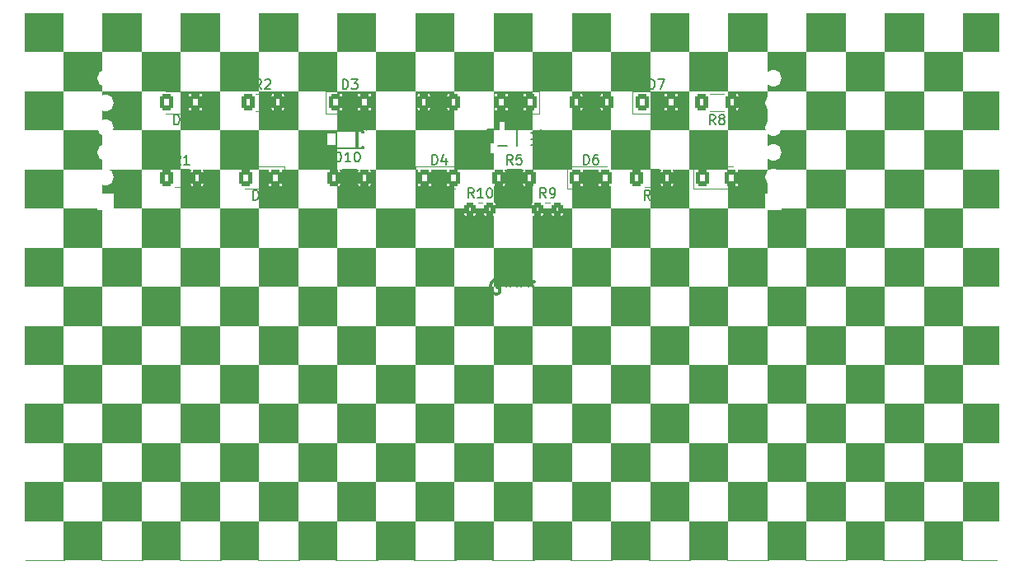
<source format=gbr>
%TF.GenerationSoftware,KiCad,Pcbnew,8.0.6*%
%TF.CreationDate,2025-02-14T22:00:12-04:00*%
%TF.ProjectId,nsec-ctf-sao-2025,6e736563-2d63-4746-962d-73616f2d3230,rev?*%
%TF.SameCoordinates,Original*%
%TF.FileFunction,Legend,Top*%
%TF.FilePolarity,Positive*%
%FSLAX46Y46*%
G04 Gerber Fmt 4.6, Leading zero omitted, Abs format (unit mm)*
G04 Created by KiCad (PCBNEW 8.0.6) date 2025-02-14 22:00:12*
%MOMM*%
%LPD*%
G01*
G04 APERTURE LIST*
G04 Aperture macros list*
%AMRoundRect*
0 Rectangle with rounded corners*
0 $1 Rounding radius*
0 $2 $3 $4 $5 $6 $7 $8 $9 X,Y pos of 4 corners*
0 Add a 4 corners polygon primitive as box body*
4,1,4,$2,$3,$4,$5,$6,$7,$8,$9,$2,$3,0*
0 Add four circle primitives for the rounded corners*
1,1,$1+$1,$2,$3*
1,1,$1+$1,$4,$5*
1,1,$1+$1,$6,$7*
1,1,$1+$1,$8,$9*
0 Add four rect primitives between the rounded corners*
20,1,$1+$1,$2,$3,$4,$5,0*
20,1,$1+$1,$4,$5,$6,$7,0*
20,1,$1+$1,$6,$7,$8,$9,0*
20,1,$1+$1,$8,$9,$2,$3,0*%
G04 Aperture macros list end*
%ADD10C,0.150000*%
%ADD11C,0.300000*%
%ADD12C,0.120000*%
%ADD13C,0.152400*%
%ADD14C,0.152000*%
%ADD15C,0.059995*%
%ADD16C,0.000000*%
%ADD17RoundRect,0.250001X0.462499X0.624999X-0.462499X0.624999X-0.462499X-0.624999X0.462499X-0.624999X0*%
%ADD18RoundRect,0.250001X-0.462499X-0.624999X0.462499X-0.624999X0.462499X0.624999X-0.462499X0.624999X0*%
%ADD19RoundRect,0.250000X-0.400000X-0.625000X0.400000X-0.625000X0.400000X0.625000X-0.400000X0.625000X0*%
%ADD20RoundRect,0.250000X0.400000X0.625000X-0.400000X0.625000X-0.400000X-0.625000X0.400000X-0.625000X0*%
%ADD21R,0.950013X1.150013*%
%ADD22R,0.532004X1.037490*%
%ADD23RoundRect,0.250000X-0.350000X-0.450000X0.350000X-0.450000X0.350000X0.450000X-0.350000X0.450000X0*%
%ADD24R,1.700000X1.700000*%
%ADD25O,1.700000X1.700000*%
G04 APERTURE END LIST*
D10*
X119011905Y-91274819D02*
X119011905Y-90274819D01*
X119011905Y-90274819D02*
X119250000Y-90274819D01*
X119250000Y-90274819D02*
X119392857Y-90322438D01*
X119392857Y-90322438D02*
X119488095Y-90417676D01*
X119488095Y-90417676D02*
X119535714Y-90512914D01*
X119535714Y-90512914D02*
X119583333Y-90703390D01*
X119583333Y-90703390D02*
X119583333Y-90846247D01*
X119583333Y-90846247D02*
X119535714Y-91036723D01*
X119535714Y-91036723D02*
X119488095Y-91131961D01*
X119488095Y-91131961D02*
X119392857Y-91227200D01*
X119392857Y-91227200D02*
X119250000Y-91274819D01*
X119250000Y-91274819D02*
X119011905Y-91274819D01*
X120488095Y-90274819D02*
X120011905Y-90274819D01*
X120011905Y-90274819D02*
X119964286Y-90751009D01*
X119964286Y-90751009D02*
X120011905Y-90703390D01*
X120011905Y-90703390D02*
X120107143Y-90655771D01*
X120107143Y-90655771D02*
X120345238Y-90655771D01*
X120345238Y-90655771D02*
X120440476Y-90703390D01*
X120440476Y-90703390D02*
X120488095Y-90751009D01*
X120488095Y-90751009D02*
X120535714Y-90846247D01*
X120535714Y-90846247D02*
X120535714Y-91084342D01*
X120535714Y-91084342D02*
X120488095Y-91179580D01*
X120488095Y-91179580D02*
X120440476Y-91227200D01*
X120440476Y-91227200D02*
X120345238Y-91274819D01*
X120345238Y-91274819D02*
X120107143Y-91274819D01*
X120107143Y-91274819D02*
X120011905Y-91227200D01*
X120011905Y-91227200D02*
X119964286Y-91179580D01*
X92836905Y-99024819D02*
X92836905Y-98024819D01*
X92836905Y-98024819D02*
X93075000Y-98024819D01*
X93075000Y-98024819D02*
X93217857Y-98072438D01*
X93217857Y-98072438D02*
X93313095Y-98167676D01*
X93313095Y-98167676D02*
X93360714Y-98262914D01*
X93360714Y-98262914D02*
X93408333Y-98453390D01*
X93408333Y-98453390D02*
X93408333Y-98596247D01*
X93408333Y-98596247D02*
X93360714Y-98786723D01*
X93360714Y-98786723D02*
X93313095Y-98881961D01*
X93313095Y-98881961D02*
X93217857Y-98977200D01*
X93217857Y-98977200D02*
X93075000Y-99024819D01*
X93075000Y-99024819D02*
X92836905Y-99024819D01*
X93789286Y-98120057D02*
X93836905Y-98072438D01*
X93836905Y-98072438D02*
X93932143Y-98024819D01*
X93932143Y-98024819D02*
X94170238Y-98024819D01*
X94170238Y-98024819D02*
X94265476Y-98072438D01*
X94265476Y-98072438D02*
X94313095Y-98120057D01*
X94313095Y-98120057D02*
X94360714Y-98215295D01*
X94360714Y-98215295D02*
X94360714Y-98310533D01*
X94360714Y-98310533D02*
X94313095Y-98453390D01*
X94313095Y-98453390D02*
X93741667Y-99024819D01*
X93741667Y-99024819D02*
X94360714Y-99024819D01*
X102011905Y-87634819D02*
X102011905Y-86634819D01*
X102011905Y-86634819D02*
X102250000Y-86634819D01*
X102250000Y-86634819D02*
X102392857Y-86682438D01*
X102392857Y-86682438D02*
X102488095Y-86777676D01*
X102488095Y-86777676D02*
X102535714Y-86872914D01*
X102535714Y-86872914D02*
X102583333Y-87063390D01*
X102583333Y-87063390D02*
X102583333Y-87206247D01*
X102583333Y-87206247D02*
X102535714Y-87396723D01*
X102535714Y-87396723D02*
X102488095Y-87491961D01*
X102488095Y-87491961D02*
X102392857Y-87587200D01*
X102392857Y-87587200D02*
X102250000Y-87634819D01*
X102250000Y-87634819D02*
X102011905Y-87634819D01*
X102916667Y-86634819D02*
X103535714Y-86634819D01*
X103535714Y-86634819D02*
X103202381Y-87015771D01*
X103202381Y-87015771D02*
X103345238Y-87015771D01*
X103345238Y-87015771D02*
X103440476Y-87063390D01*
X103440476Y-87063390D02*
X103488095Y-87111009D01*
X103488095Y-87111009D02*
X103535714Y-87206247D01*
X103535714Y-87206247D02*
X103535714Y-87444342D01*
X103535714Y-87444342D02*
X103488095Y-87539580D01*
X103488095Y-87539580D02*
X103440476Y-87587200D01*
X103440476Y-87587200D02*
X103345238Y-87634819D01*
X103345238Y-87634819D02*
X103059524Y-87634819D01*
X103059524Y-87634819D02*
X102964286Y-87587200D01*
X102964286Y-87587200D02*
X102916667Y-87539580D01*
X93658333Y-87634819D02*
X93325000Y-87158628D01*
X93086905Y-87634819D02*
X93086905Y-86634819D01*
X93086905Y-86634819D02*
X93467857Y-86634819D01*
X93467857Y-86634819D02*
X93563095Y-86682438D01*
X93563095Y-86682438D02*
X93610714Y-86730057D01*
X93610714Y-86730057D02*
X93658333Y-86825295D01*
X93658333Y-86825295D02*
X93658333Y-86968152D01*
X93658333Y-86968152D02*
X93610714Y-87063390D01*
X93610714Y-87063390D02*
X93563095Y-87111009D01*
X93563095Y-87111009D02*
X93467857Y-87158628D01*
X93467857Y-87158628D02*
X93086905Y-87158628D01*
X94039286Y-86730057D02*
X94086905Y-86682438D01*
X94086905Y-86682438D02*
X94182143Y-86634819D01*
X94182143Y-86634819D02*
X94420238Y-86634819D01*
X94420238Y-86634819D02*
X94515476Y-86682438D01*
X94515476Y-86682438D02*
X94563095Y-86730057D01*
X94563095Y-86730057D02*
X94610714Y-86825295D01*
X94610714Y-86825295D02*
X94610714Y-86920533D01*
X94610714Y-86920533D02*
X94563095Y-87063390D01*
X94563095Y-87063390D02*
X93991667Y-87634819D01*
X93991667Y-87634819D02*
X94610714Y-87634819D01*
X111708333Y-91262319D02*
X111375000Y-90786128D01*
X111136905Y-91262319D02*
X111136905Y-90262319D01*
X111136905Y-90262319D02*
X111517857Y-90262319D01*
X111517857Y-90262319D02*
X111613095Y-90309938D01*
X111613095Y-90309938D02*
X111660714Y-90357557D01*
X111660714Y-90357557D02*
X111708333Y-90452795D01*
X111708333Y-90452795D02*
X111708333Y-90595652D01*
X111708333Y-90595652D02*
X111660714Y-90690890D01*
X111660714Y-90690890D02*
X111613095Y-90738509D01*
X111613095Y-90738509D02*
X111517857Y-90786128D01*
X111517857Y-90786128D02*
X111136905Y-90786128D01*
X112565476Y-90595652D02*
X112565476Y-91262319D01*
X112327381Y-90214700D02*
X112089286Y-90928985D01*
X112089286Y-90928985D02*
X112708333Y-90928985D01*
X127408333Y-91274819D02*
X127075000Y-90798628D01*
X126836905Y-91274819D02*
X126836905Y-90274819D01*
X126836905Y-90274819D02*
X127217857Y-90274819D01*
X127217857Y-90274819D02*
X127313095Y-90322438D01*
X127313095Y-90322438D02*
X127360714Y-90370057D01*
X127360714Y-90370057D02*
X127408333Y-90465295D01*
X127408333Y-90465295D02*
X127408333Y-90608152D01*
X127408333Y-90608152D02*
X127360714Y-90703390D01*
X127360714Y-90703390D02*
X127313095Y-90751009D01*
X127313095Y-90751009D02*
X127217857Y-90798628D01*
X127217857Y-90798628D02*
X126836905Y-90798628D01*
X128265476Y-90274819D02*
X128075000Y-90274819D01*
X128075000Y-90274819D02*
X127979762Y-90322438D01*
X127979762Y-90322438D02*
X127932143Y-90370057D01*
X127932143Y-90370057D02*
X127836905Y-90512914D01*
X127836905Y-90512914D02*
X127789286Y-90703390D01*
X127789286Y-90703390D02*
X127789286Y-91084342D01*
X127789286Y-91084342D02*
X127836905Y-91179580D01*
X127836905Y-91179580D02*
X127884524Y-91227200D01*
X127884524Y-91227200D02*
X127979762Y-91274819D01*
X127979762Y-91274819D02*
X128170238Y-91274819D01*
X128170238Y-91274819D02*
X128265476Y-91227200D01*
X128265476Y-91227200D02*
X128313095Y-91179580D01*
X128313095Y-91179580D02*
X128360714Y-91084342D01*
X128360714Y-91084342D02*
X128360714Y-90846247D01*
X128360714Y-90846247D02*
X128313095Y-90751009D01*
X128313095Y-90751009D02*
X128265476Y-90703390D01*
X128265476Y-90703390D02*
X128170238Y-90655771D01*
X128170238Y-90655771D02*
X127979762Y-90655771D01*
X127979762Y-90655771D02*
X127884524Y-90703390D01*
X127884524Y-90703390D02*
X127836905Y-90751009D01*
X127836905Y-90751009D02*
X127789286Y-90846247D01*
X133583333Y-99024819D02*
X133250000Y-98548628D01*
X133011905Y-99024819D02*
X133011905Y-98024819D01*
X133011905Y-98024819D02*
X133392857Y-98024819D01*
X133392857Y-98024819D02*
X133488095Y-98072438D01*
X133488095Y-98072438D02*
X133535714Y-98120057D01*
X133535714Y-98120057D02*
X133583333Y-98215295D01*
X133583333Y-98215295D02*
X133583333Y-98358152D01*
X133583333Y-98358152D02*
X133535714Y-98453390D01*
X133535714Y-98453390D02*
X133488095Y-98501009D01*
X133488095Y-98501009D02*
X133392857Y-98548628D01*
X133392857Y-98548628D02*
X133011905Y-98548628D01*
X133916667Y-98024819D02*
X134583333Y-98024819D01*
X134583333Y-98024819D02*
X134154762Y-99024819D01*
X101310714Y-95104819D02*
X101310714Y-94104819D01*
X101310714Y-94104819D02*
X101548809Y-94104819D01*
X101548809Y-94104819D02*
X101691666Y-94152438D01*
X101691666Y-94152438D02*
X101786904Y-94247676D01*
X101786904Y-94247676D02*
X101834523Y-94342914D01*
X101834523Y-94342914D02*
X101882142Y-94533390D01*
X101882142Y-94533390D02*
X101882142Y-94676247D01*
X101882142Y-94676247D02*
X101834523Y-94866723D01*
X101834523Y-94866723D02*
X101786904Y-94961961D01*
X101786904Y-94961961D02*
X101691666Y-95057200D01*
X101691666Y-95057200D02*
X101548809Y-95104819D01*
X101548809Y-95104819D02*
X101310714Y-95104819D01*
X102834523Y-95104819D02*
X102263095Y-95104819D01*
X102548809Y-95104819D02*
X102548809Y-94104819D01*
X102548809Y-94104819D02*
X102453571Y-94247676D01*
X102453571Y-94247676D02*
X102358333Y-94342914D01*
X102358333Y-94342914D02*
X102263095Y-94390533D01*
X103453571Y-94104819D02*
X103548809Y-94104819D01*
X103548809Y-94104819D02*
X103644047Y-94152438D01*
X103644047Y-94152438D02*
X103691666Y-94200057D01*
X103691666Y-94200057D02*
X103739285Y-94295295D01*
X103739285Y-94295295D02*
X103786904Y-94485771D01*
X103786904Y-94485771D02*
X103786904Y-94723866D01*
X103786904Y-94723866D02*
X103739285Y-94914342D01*
X103739285Y-94914342D02*
X103691666Y-95009580D01*
X103691666Y-95009580D02*
X103644047Y-95057200D01*
X103644047Y-95057200D02*
X103548809Y-95104819D01*
X103548809Y-95104819D02*
X103453571Y-95104819D01*
X103453571Y-95104819D02*
X103358333Y-95057200D01*
X103358333Y-95057200D02*
X103310714Y-95009580D01*
X103310714Y-95009580D02*
X103263095Y-94914342D01*
X103263095Y-94914342D02*
X103215476Y-94723866D01*
X103215476Y-94723866D02*
X103215476Y-94485771D01*
X103215476Y-94485771D02*
X103263095Y-94295295D01*
X103263095Y-94295295D02*
X103310714Y-94200057D01*
X103310714Y-94200057D02*
X103358333Y-94152438D01*
X103358333Y-94152438D02*
X103453571Y-94104819D01*
D11*
X118078572Y-107249757D02*
X117935715Y-107178328D01*
X117935715Y-107178328D02*
X117721429Y-107178328D01*
X117721429Y-107178328D02*
X117507143Y-107249757D01*
X117507143Y-107249757D02*
X117364286Y-107392614D01*
X117364286Y-107392614D02*
X117292857Y-107535471D01*
X117292857Y-107535471D02*
X117221429Y-107821185D01*
X117221429Y-107821185D02*
X117221429Y-108035471D01*
X117221429Y-108035471D02*
X117292857Y-108321185D01*
X117292857Y-108321185D02*
X117364286Y-108464042D01*
X117364286Y-108464042D02*
X117507143Y-108606900D01*
X117507143Y-108606900D02*
X117721429Y-108678328D01*
X117721429Y-108678328D02*
X117864286Y-108678328D01*
X117864286Y-108678328D02*
X118078572Y-108606900D01*
X118078572Y-108606900D02*
X118150000Y-108535471D01*
X118150000Y-108535471D02*
X118150000Y-108035471D01*
X118150000Y-108035471D02*
X117864286Y-108035471D01*
X119007143Y-107178328D02*
X119007143Y-107535471D01*
X118650000Y-107392614D02*
X119007143Y-107535471D01*
X119007143Y-107535471D02*
X119364286Y-107392614D01*
X118792857Y-107821185D02*
X119007143Y-107535471D01*
X119007143Y-107535471D02*
X119221429Y-107821185D01*
X120150000Y-107178328D02*
X120150000Y-107535471D01*
X119792857Y-107392614D02*
X120150000Y-107535471D01*
X120150000Y-107535471D02*
X120507143Y-107392614D01*
X119935714Y-107821185D02*
X120150000Y-107535471D01*
X120150000Y-107535471D02*
X120364286Y-107821185D01*
X121292857Y-107178328D02*
X121292857Y-107535471D01*
X120935714Y-107392614D02*
X121292857Y-107535471D01*
X121292857Y-107535471D02*
X121650000Y-107392614D01*
X121078571Y-107821185D02*
X121292857Y-107535471D01*
X121292857Y-107535471D02*
X121507143Y-107821185D01*
D10*
X102533333Y-99024819D02*
X102200000Y-98548628D01*
X101961905Y-99024819D02*
X101961905Y-98024819D01*
X101961905Y-98024819D02*
X102342857Y-98024819D01*
X102342857Y-98024819D02*
X102438095Y-98072438D01*
X102438095Y-98072438D02*
X102485714Y-98120057D01*
X102485714Y-98120057D02*
X102533333Y-98215295D01*
X102533333Y-98215295D02*
X102533333Y-98358152D01*
X102533333Y-98358152D02*
X102485714Y-98453390D01*
X102485714Y-98453390D02*
X102438095Y-98501009D01*
X102438095Y-98501009D02*
X102342857Y-98548628D01*
X102342857Y-98548628D02*
X101961905Y-98548628D01*
X102866667Y-98024819D02*
X103485714Y-98024819D01*
X103485714Y-98024819D02*
X103152381Y-98405771D01*
X103152381Y-98405771D02*
X103295238Y-98405771D01*
X103295238Y-98405771D02*
X103390476Y-98453390D01*
X103390476Y-98453390D02*
X103438095Y-98501009D01*
X103438095Y-98501009D02*
X103485714Y-98596247D01*
X103485714Y-98596247D02*
X103485714Y-98834342D01*
X103485714Y-98834342D02*
X103438095Y-98929580D01*
X103438095Y-98929580D02*
X103390476Y-98977200D01*
X103390476Y-98977200D02*
X103295238Y-99024819D01*
X103295238Y-99024819D02*
X103009524Y-99024819D01*
X103009524Y-99024819D02*
X102914286Y-98977200D01*
X102914286Y-98977200D02*
X102866667Y-98929580D01*
X84706905Y-91274819D02*
X84706905Y-90274819D01*
X84706905Y-90274819D02*
X84945000Y-90274819D01*
X84945000Y-90274819D02*
X85087857Y-90322438D01*
X85087857Y-90322438D02*
X85183095Y-90417676D01*
X85183095Y-90417676D02*
X85230714Y-90512914D01*
X85230714Y-90512914D02*
X85278333Y-90703390D01*
X85278333Y-90703390D02*
X85278333Y-90846247D01*
X85278333Y-90846247D02*
X85230714Y-91036723D01*
X85230714Y-91036723D02*
X85183095Y-91131961D01*
X85183095Y-91131961D02*
X85087857Y-91227200D01*
X85087857Y-91227200D02*
X84945000Y-91274819D01*
X84945000Y-91274819D02*
X84706905Y-91274819D01*
X86230714Y-91274819D02*
X85659286Y-91274819D01*
X85945000Y-91274819D02*
X85945000Y-90274819D01*
X85945000Y-90274819D02*
X85849762Y-90417676D01*
X85849762Y-90417676D02*
X85754524Y-90512914D01*
X85754524Y-90512914D02*
X85659286Y-90560533D01*
X121381032Y-93361904D02*
X122190555Y-93361904D01*
X122190555Y-93361904D02*
X122285793Y-93314285D01*
X122285793Y-93314285D02*
X122333413Y-93266666D01*
X122333413Y-93266666D02*
X122381032Y-93171428D01*
X122381032Y-93171428D02*
X122381032Y-92980952D01*
X122381032Y-92980952D02*
X122333413Y-92885714D01*
X122333413Y-92885714D02*
X122285793Y-92838095D01*
X122285793Y-92838095D02*
X122190555Y-92790476D01*
X122190555Y-92790476D02*
X121381032Y-92790476D01*
X122381032Y-91790476D02*
X122381032Y-92361904D01*
X122381032Y-92076190D02*
X121381032Y-92076190D01*
X121381032Y-92076190D02*
X121523889Y-92171428D01*
X121523889Y-92171428D02*
X121619127Y-92266666D01*
X121619127Y-92266666D02*
X121666746Y-92361904D01*
X133511905Y-87634819D02*
X133511905Y-86634819D01*
X133511905Y-86634819D02*
X133750000Y-86634819D01*
X133750000Y-86634819D02*
X133892857Y-86682438D01*
X133892857Y-86682438D02*
X133988095Y-86777676D01*
X133988095Y-86777676D02*
X134035714Y-86872914D01*
X134035714Y-86872914D02*
X134083333Y-87063390D01*
X134083333Y-87063390D02*
X134083333Y-87206247D01*
X134083333Y-87206247D02*
X134035714Y-87396723D01*
X134035714Y-87396723D02*
X133988095Y-87491961D01*
X133988095Y-87491961D02*
X133892857Y-87587200D01*
X133892857Y-87587200D02*
X133750000Y-87634819D01*
X133750000Y-87634819D02*
X133511905Y-87634819D01*
X134416667Y-86634819D02*
X135083333Y-86634819D01*
X135083333Y-86634819D02*
X134654762Y-87634819D01*
X111199405Y-95384819D02*
X111199405Y-94384819D01*
X111199405Y-94384819D02*
X111437500Y-94384819D01*
X111437500Y-94384819D02*
X111580357Y-94432438D01*
X111580357Y-94432438D02*
X111675595Y-94527676D01*
X111675595Y-94527676D02*
X111723214Y-94622914D01*
X111723214Y-94622914D02*
X111770833Y-94813390D01*
X111770833Y-94813390D02*
X111770833Y-94956247D01*
X111770833Y-94956247D02*
X111723214Y-95146723D01*
X111723214Y-95146723D02*
X111675595Y-95241961D01*
X111675595Y-95241961D02*
X111580357Y-95337200D01*
X111580357Y-95337200D02*
X111437500Y-95384819D01*
X111437500Y-95384819D02*
X111199405Y-95384819D01*
X112627976Y-94718152D02*
X112627976Y-95384819D01*
X112389881Y-94337200D02*
X112151786Y-95051485D01*
X112151786Y-95051485D02*
X112770833Y-95051485D01*
X140283333Y-91274819D02*
X139950000Y-90798628D01*
X139711905Y-91274819D02*
X139711905Y-90274819D01*
X139711905Y-90274819D02*
X140092857Y-90274819D01*
X140092857Y-90274819D02*
X140188095Y-90322438D01*
X140188095Y-90322438D02*
X140235714Y-90370057D01*
X140235714Y-90370057D02*
X140283333Y-90465295D01*
X140283333Y-90465295D02*
X140283333Y-90608152D01*
X140283333Y-90608152D02*
X140235714Y-90703390D01*
X140235714Y-90703390D02*
X140188095Y-90751009D01*
X140188095Y-90751009D02*
X140092857Y-90798628D01*
X140092857Y-90798628D02*
X139711905Y-90798628D01*
X140854762Y-90703390D02*
X140759524Y-90655771D01*
X140759524Y-90655771D02*
X140711905Y-90608152D01*
X140711905Y-90608152D02*
X140664286Y-90512914D01*
X140664286Y-90512914D02*
X140664286Y-90465295D01*
X140664286Y-90465295D02*
X140711905Y-90370057D01*
X140711905Y-90370057D02*
X140759524Y-90322438D01*
X140759524Y-90322438D02*
X140854762Y-90274819D01*
X140854762Y-90274819D02*
X141045238Y-90274819D01*
X141045238Y-90274819D02*
X141140476Y-90322438D01*
X141140476Y-90322438D02*
X141188095Y-90370057D01*
X141188095Y-90370057D02*
X141235714Y-90465295D01*
X141235714Y-90465295D02*
X141235714Y-90512914D01*
X141235714Y-90512914D02*
X141188095Y-90608152D01*
X141188095Y-90608152D02*
X141140476Y-90655771D01*
X141140476Y-90655771D02*
X141045238Y-90703390D01*
X141045238Y-90703390D02*
X140854762Y-90703390D01*
X140854762Y-90703390D02*
X140759524Y-90751009D01*
X140759524Y-90751009D02*
X140711905Y-90798628D01*
X140711905Y-90798628D02*
X140664286Y-90893866D01*
X140664286Y-90893866D02*
X140664286Y-91084342D01*
X140664286Y-91084342D02*
X140711905Y-91179580D01*
X140711905Y-91179580D02*
X140759524Y-91227200D01*
X140759524Y-91227200D02*
X140854762Y-91274819D01*
X140854762Y-91274819D02*
X141045238Y-91274819D01*
X141045238Y-91274819D02*
X141140476Y-91227200D01*
X141140476Y-91227200D02*
X141188095Y-91179580D01*
X141188095Y-91179580D02*
X141235714Y-91084342D01*
X141235714Y-91084342D02*
X141235714Y-90893866D01*
X141235714Y-90893866D02*
X141188095Y-90798628D01*
X141188095Y-90798628D02*
X141140476Y-90751009D01*
X141140476Y-90751009D02*
X141045238Y-90703390D01*
X122883333Y-98804819D02*
X122550000Y-98328628D01*
X122311905Y-98804819D02*
X122311905Y-97804819D01*
X122311905Y-97804819D02*
X122692857Y-97804819D01*
X122692857Y-97804819D02*
X122788095Y-97852438D01*
X122788095Y-97852438D02*
X122835714Y-97900057D01*
X122835714Y-97900057D02*
X122883333Y-97995295D01*
X122883333Y-97995295D02*
X122883333Y-98138152D01*
X122883333Y-98138152D02*
X122835714Y-98233390D01*
X122835714Y-98233390D02*
X122788095Y-98281009D01*
X122788095Y-98281009D02*
X122692857Y-98328628D01*
X122692857Y-98328628D02*
X122311905Y-98328628D01*
X123359524Y-98804819D02*
X123550000Y-98804819D01*
X123550000Y-98804819D02*
X123645238Y-98757200D01*
X123645238Y-98757200D02*
X123692857Y-98709580D01*
X123692857Y-98709580D02*
X123788095Y-98566723D01*
X123788095Y-98566723D02*
X123835714Y-98376247D01*
X123835714Y-98376247D02*
X123835714Y-97995295D01*
X123835714Y-97995295D02*
X123788095Y-97900057D01*
X123788095Y-97900057D02*
X123740476Y-97852438D01*
X123740476Y-97852438D02*
X123645238Y-97804819D01*
X123645238Y-97804819D02*
X123454762Y-97804819D01*
X123454762Y-97804819D02*
X123359524Y-97852438D01*
X123359524Y-97852438D02*
X123311905Y-97900057D01*
X123311905Y-97900057D02*
X123264286Y-97995295D01*
X123264286Y-97995295D02*
X123264286Y-98233390D01*
X123264286Y-98233390D02*
X123311905Y-98328628D01*
X123311905Y-98328628D02*
X123359524Y-98376247D01*
X123359524Y-98376247D02*
X123454762Y-98423866D01*
X123454762Y-98423866D02*
X123645238Y-98423866D01*
X123645238Y-98423866D02*
X123740476Y-98376247D01*
X123740476Y-98376247D02*
X123788095Y-98328628D01*
X123788095Y-98328628D02*
X123835714Y-98233390D01*
X85333333Y-95384819D02*
X85000000Y-94908628D01*
X84761905Y-95384819D02*
X84761905Y-94384819D01*
X84761905Y-94384819D02*
X85142857Y-94384819D01*
X85142857Y-94384819D02*
X85238095Y-94432438D01*
X85238095Y-94432438D02*
X85285714Y-94480057D01*
X85285714Y-94480057D02*
X85333333Y-94575295D01*
X85333333Y-94575295D02*
X85333333Y-94718152D01*
X85333333Y-94718152D02*
X85285714Y-94813390D01*
X85285714Y-94813390D02*
X85238095Y-94861009D01*
X85238095Y-94861009D02*
X85142857Y-94908628D01*
X85142857Y-94908628D02*
X84761905Y-94908628D01*
X86285714Y-95384819D02*
X85714286Y-95384819D01*
X86000000Y-95384819D02*
X86000000Y-94384819D01*
X86000000Y-94384819D02*
X85904762Y-94527676D01*
X85904762Y-94527676D02*
X85809524Y-94622914D01*
X85809524Y-94622914D02*
X85714286Y-94670533D01*
X115482142Y-98804819D02*
X115148809Y-98328628D01*
X114910714Y-98804819D02*
X114910714Y-97804819D01*
X114910714Y-97804819D02*
X115291666Y-97804819D01*
X115291666Y-97804819D02*
X115386904Y-97852438D01*
X115386904Y-97852438D02*
X115434523Y-97900057D01*
X115434523Y-97900057D02*
X115482142Y-97995295D01*
X115482142Y-97995295D02*
X115482142Y-98138152D01*
X115482142Y-98138152D02*
X115434523Y-98233390D01*
X115434523Y-98233390D02*
X115386904Y-98281009D01*
X115386904Y-98281009D02*
X115291666Y-98328628D01*
X115291666Y-98328628D02*
X114910714Y-98328628D01*
X116434523Y-98804819D02*
X115863095Y-98804819D01*
X116148809Y-98804819D02*
X116148809Y-97804819D01*
X116148809Y-97804819D02*
X116053571Y-97947676D01*
X116053571Y-97947676D02*
X115958333Y-98042914D01*
X115958333Y-98042914D02*
X115863095Y-98090533D01*
X117053571Y-97804819D02*
X117148809Y-97804819D01*
X117148809Y-97804819D02*
X117244047Y-97852438D01*
X117244047Y-97852438D02*
X117291666Y-97900057D01*
X117291666Y-97900057D02*
X117339285Y-97995295D01*
X117339285Y-97995295D02*
X117386904Y-98185771D01*
X117386904Y-98185771D02*
X117386904Y-98423866D01*
X117386904Y-98423866D02*
X117339285Y-98614342D01*
X117339285Y-98614342D02*
X117291666Y-98709580D01*
X117291666Y-98709580D02*
X117244047Y-98757200D01*
X117244047Y-98757200D02*
X117148809Y-98804819D01*
X117148809Y-98804819D02*
X117053571Y-98804819D01*
X117053571Y-98804819D02*
X116958333Y-98757200D01*
X116958333Y-98757200D02*
X116910714Y-98709580D01*
X116910714Y-98709580D02*
X116863095Y-98614342D01*
X116863095Y-98614342D02*
X116815476Y-98423866D01*
X116815476Y-98423866D02*
X116815476Y-98185771D01*
X116815476Y-98185771D02*
X116863095Y-97995295D01*
X116863095Y-97995295D02*
X116910714Y-97900057D01*
X116910714Y-97900057D02*
X116958333Y-97852438D01*
X116958333Y-97852438D02*
X117053571Y-97804819D01*
X119458333Y-95384819D02*
X119125000Y-94908628D01*
X118886905Y-95384819D02*
X118886905Y-94384819D01*
X118886905Y-94384819D02*
X119267857Y-94384819D01*
X119267857Y-94384819D02*
X119363095Y-94432438D01*
X119363095Y-94432438D02*
X119410714Y-94480057D01*
X119410714Y-94480057D02*
X119458333Y-94575295D01*
X119458333Y-94575295D02*
X119458333Y-94718152D01*
X119458333Y-94718152D02*
X119410714Y-94813390D01*
X119410714Y-94813390D02*
X119363095Y-94861009D01*
X119363095Y-94861009D02*
X119267857Y-94908628D01*
X119267857Y-94908628D02*
X118886905Y-94908628D01*
X120363095Y-94384819D02*
X119886905Y-94384819D01*
X119886905Y-94384819D02*
X119839286Y-94861009D01*
X119839286Y-94861009D02*
X119886905Y-94813390D01*
X119886905Y-94813390D02*
X119982143Y-94765771D01*
X119982143Y-94765771D02*
X120220238Y-94765771D01*
X120220238Y-94765771D02*
X120315476Y-94813390D01*
X120315476Y-94813390D02*
X120363095Y-94861009D01*
X120363095Y-94861009D02*
X120410714Y-94956247D01*
X120410714Y-94956247D02*
X120410714Y-95194342D01*
X120410714Y-95194342D02*
X120363095Y-95289580D01*
X120363095Y-95289580D02*
X120315476Y-95337200D01*
X120315476Y-95337200D02*
X120220238Y-95384819D01*
X120220238Y-95384819D02*
X119982143Y-95384819D01*
X119982143Y-95384819D02*
X119886905Y-95337200D01*
X119886905Y-95337200D02*
X119839286Y-95289580D01*
X139736905Y-95384819D02*
X139736905Y-94384819D01*
X139736905Y-94384819D02*
X139975000Y-94384819D01*
X139975000Y-94384819D02*
X140117857Y-94432438D01*
X140117857Y-94432438D02*
X140213095Y-94527676D01*
X140213095Y-94527676D02*
X140260714Y-94622914D01*
X140260714Y-94622914D02*
X140308333Y-94813390D01*
X140308333Y-94813390D02*
X140308333Y-94956247D01*
X140308333Y-94956247D02*
X140260714Y-95146723D01*
X140260714Y-95146723D02*
X140213095Y-95241961D01*
X140213095Y-95241961D02*
X140117857Y-95337200D01*
X140117857Y-95337200D02*
X139975000Y-95384819D01*
X139975000Y-95384819D02*
X139736905Y-95384819D01*
X140879762Y-94813390D02*
X140784524Y-94765771D01*
X140784524Y-94765771D02*
X140736905Y-94718152D01*
X140736905Y-94718152D02*
X140689286Y-94622914D01*
X140689286Y-94622914D02*
X140689286Y-94575295D01*
X140689286Y-94575295D02*
X140736905Y-94480057D01*
X140736905Y-94480057D02*
X140784524Y-94432438D01*
X140784524Y-94432438D02*
X140879762Y-94384819D01*
X140879762Y-94384819D02*
X141070238Y-94384819D01*
X141070238Y-94384819D02*
X141165476Y-94432438D01*
X141165476Y-94432438D02*
X141213095Y-94480057D01*
X141213095Y-94480057D02*
X141260714Y-94575295D01*
X141260714Y-94575295D02*
X141260714Y-94622914D01*
X141260714Y-94622914D02*
X141213095Y-94718152D01*
X141213095Y-94718152D02*
X141165476Y-94765771D01*
X141165476Y-94765771D02*
X141070238Y-94813390D01*
X141070238Y-94813390D02*
X140879762Y-94813390D01*
X140879762Y-94813390D02*
X140784524Y-94861009D01*
X140784524Y-94861009D02*
X140736905Y-94908628D01*
X140736905Y-94908628D02*
X140689286Y-95003866D01*
X140689286Y-95003866D02*
X140689286Y-95194342D01*
X140689286Y-95194342D02*
X140736905Y-95289580D01*
X140736905Y-95289580D02*
X140784524Y-95337200D01*
X140784524Y-95337200D02*
X140879762Y-95384819D01*
X140879762Y-95384819D02*
X141070238Y-95384819D01*
X141070238Y-95384819D02*
X141165476Y-95337200D01*
X141165476Y-95337200D02*
X141213095Y-95289580D01*
X141213095Y-95289580D02*
X141260714Y-95194342D01*
X141260714Y-95194342D02*
X141260714Y-95003866D01*
X141260714Y-95003866D02*
X141213095Y-94908628D01*
X141213095Y-94908628D02*
X141165476Y-94861009D01*
X141165476Y-94861009D02*
X141070238Y-94813390D01*
X126761905Y-95384819D02*
X126761905Y-94384819D01*
X126761905Y-94384819D02*
X127000000Y-94384819D01*
X127000000Y-94384819D02*
X127142857Y-94432438D01*
X127142857Y-94432438D02*
X127238095Y-94527676D01*
X127238095Y-94527676D02*
X127285714Y-94622914D01*
X127285714Y-94622914D02*
X127333333Y-94813390D01*
X127333333Y-94813390D02*
X127333333Y-94956247D01*
X127333333Y-94956247D02*
X127285714Y-95146723D01*
X127285714Y-95146723D02*
X127238095Y-95241961D01*
X127238095Y-95241961D02*
X127142857Y-95337200D01*
X127142857Y-95337200D02*
X127000000Y-95384819D01*
X127000000Y-95384819D02*
X126761905Y-95384819D01*
X128190476Y-94384819D02*
X128000000Y-94384819D01*
X128000000Y-94384819D02*
X127904762Y-94432438D01*
X127904762Y-94432438D02*
X127857143Y-94480057D01*
X127857143Y-94480057D02*
X127761905Y-94622914D01*
X127761905Y-94622914D02*
X127714286Y-94813390D01*
X127714286Y-94813390D02*
X127714286Y-95194342D01*
X127714286Y-95194342D02*
X127761905Y-95289580D01*
X127761905Y-95289580D02*
X127809524Y-95337200D01*
X127809524Y-95337200D02*
X127904762Y-95384819D01*
X127904762Y-95384819D02*
X128095238Y-95384819D01*
X128095238Y-95384819D02*
X128190476Y-95337200D01*
X128190476Y-95337200D02*
X128238095Y-95289580D01*
X128238095Y-95289580D02*
X128285714Y-95194342D01*
X128285714Y-95194342D02*
X128285714Y-94956247D01*
X128285714Y-94956247D02*
X128238095Y-94861009D01*
X128238095Y-94861009D02*
X128190476Y-94813390D01*
X128190476Y-94813390D02*
X128095238Y-94765771D01*
X128095238Y-94765771D02*
X127904762Y-94765771D01*
X127904762Y-94765771D02*
X127809524Y-94813390D01*
X127809524Y-94813390D02*
X127761905Y-94861009D01*
X127761905Y-94861009D02*
X127714286Y-94956247D01*
D12*
%TO.C,D5*%
X118150000Y-90135000D02*
X122210000Y-90135000D01*
X122210000Y-87865000D02*
X118150000Y-87865000D01*
X122210000Y-90135000D02*
X122210000Y-87865000D01*
%TO.C,D2*%
X91975000Y-97885000D02*
X96035000Y-97885000D01*
X96035000Y-95615000D02*
X91975000Y-95615000D01*
X96035000Y-97885000D02*
X96035000Y-95615000D01*
%TO.C,D3*%
X100290000Y-87865000D02*
X100290000Y-90135000D01*
X100290000Y-90135000D02*
X104350000Y-90135000D01*
X104350000Y-87865000D02*
X100290000Y-87865000D01*
%TO.C,R2*%
X93097936Y-88090000D02*
X94552064Y-88090000D01*
X93097936Y-89910000D02*
X94552064Y-89910000D01*
%TO.C,R4*%
X112602064Y-88077500D02*
X111147936Y-88077500D01*
X112602064Y-89897500D02*
X111147936Y-89897500D01*
%TO.C,R6*%
X128302064Y-88090000D02*
X126847936Y-88090000D01*
X128302064Y-89910000D02*
X126847936Y-89910000D01*
%TO.C,R7*%
X134477064Y-95840000D02*
X133022936Y-95840000D01*
X134477064Y-97660000D02*
X133022936Y-97660000D01*
D13*
%TO.C,D10*%
X101168828Y-91958807D02*
X101168828Y-92126803D01*
X101168828Y-93691193D02*
X101168828Y-93523197D01*
D14*
X103402127Y-93691193D02*
X103402127Y-91958807D01*
D13*
X103545003Y-93691193D02*
X103545003Y-91958807D01*
X103981172Y-91958807D02*
X101168828Y-91958807D01*
D14*
X103981172Y-91958807D02*
X104155010Y-91958807D01*
X103981172Y-92069856D02*
X103981172Y-91958807D01*
D13*
X103981172Y-93691193D02*
X101168828Y-93691193D01*
D14*
X103981172Y-93691193D02*
X103981172Y-93580144D01*
X104155010Y-91958807D02*
X104155010Y-92069856D01*
X104155010Y-92069856D02*
X103981172Y-92069856D01*
X104155010Y-93580144D02*
X103981172Y-93580144D01*
X104155010Y-93580144D02*
X104155010Y-93691193D01*
X104155010Y-93691193D02*
X103981172Y-93691193D01*
D15*
X104455366Y-91925076D02*
G75*
G02*
X104395422Y-91925076I-29972J0D01*
G01*
X104395422Y-91925076D02*
G75*
G02*
X104455366Y-91925076I29972J0D01*
G01*
D16*
%TO.C,G\u002A\u002A\u002A*%
G36*
X145634497Y-113971868D02*
G01*
X145634497Y-115979876D01*
X143626488Y-115979876D01*
X141618480Y-115979876D01*
X141618480Y-113971868D01*
X141618480Y-111963860D01*
X143626488Y-111963860D01*
X145634497Y-111963860D01*
X145634497Y-113971868D01*
G37*
G36*
X153666529Y-122003901D02*
G01*
X153666529Y-124011909D01*
X151658521Y-124011909D01*
X149650513Y-124011909D01*
X149650513Y-122003901D01*
X149650513Y-119995893D01*
X151658521Y-119995893D01*
X153666529Y-119995893D01*
X153666529Y-122003901D01*
G37*
G36*
X161698562Y-130035934D02*
G01*
X161698562Y-132043942D01*
X159690554Y-132043942D01*
X157682546Y-132043942D01*
X157682546Y-130035934D01*
X157682546Y-128027926D01*
X159690554Y-128027926D01*
X161698562Y-128027926D01*
X161698562Y-130035934D01*
G37*
G36*
X77362217Y-93891786D02*
G01*
X77362217Y-95899794D01*
X75354209Y-95899794D01*
X73346201Y-95899794D01*
X73346201Y-97907802D01*
X73346201Y-99915811D01*
X71338193Y-99915811D01*
X69330185Y-99915811D01*
X69330185Y-97907802D01*
X69330185Y-95899794D01*
X71338193Y-95899794D01*
X73346201Y-95899794D01*
X73346201Y-93891786D01*
X73346201Y-91883778D01*
X75354209Y-91883778D01*
X77362217Y-91883778D01*
X77362217Y-93891786D01*
G37*
G36*
X77362217Y-101923819D02*
G01*
X77362217Y-103931827D01*
X75354209Y-103931827D01*
X73346201Y-103931827D01*
X73346201Y-105939835D01*
X73346201Y-107947843D01*
X71338193Y-107947843D01*
X69330185Y-107947843D01*
X69330185Y-105939835D01*
X69330185Y-103931827D01*
X71338193Y-103931827D01*
X73346201Y-103931827D01*
X73346201Y-101923819D01*
X73346201Y-99915811D01*
X75354209Y-99915811D01*
X77362217Y-99915811D01*
X77362217Y-101923819D01*
G37*
G36*
X77362217Y-109955852D02*
G01*
X77362217Y-111963860D01*
X75354209Y-111963860D01*
X73346201Y-111963860D01*
X73346201Y-113971868D01*
X73346201Y-115979876D01*
X71338193Y-115979876D01*
X69330185Y-115979876D01*
X69330185Y-113971868D01*
X69330185Y-111963860D01*
X71338193Y-111963860D01*
X73346201Y-111963860D01*
X73346201Y-109955852D01*
X73346201Y-107947843D01*
X75354209Y-107947843D01*
X77362217Y-107947843D01*
X77362217Y-109955852D01*
G37*
G36*
X77362217Y-117987885D02*
G01*
X77362217Y-119995893D01*
X75354209Y-119995893D01*
X73346201Y-119995893D01*
X73346201Y-122003901D01*
X73346201Y-124011909D01*
X71338193Y-124011909D01*
X69330185Y-124011909D01*
X69330185Y-122003901D01*
X69330185Y-119995893D01*
X71338193Y-119995893D01*
X73346201Y-119995893D01*
X73346201Y-117987885D01*
X73346201Y-115979876D01*
X75354209Y-115979876D01*
X77362217Y-115979876D01*
X77362217Y-117987885D01*
G37*
G36*
X77362217Y-126019917D02*
G01*
X77362217Y-128027926D01*
X75354209Y-128027926D01*
X73346201Y-128027926D01*
X73346201Y-130035934D01*
X73346201Y-132043942D01*
X71338193Y-132043942D01*
X69330185Y-132043942D01*
X69330185Y-130035934D01*
X69330185Y-128027926D01*
X71338193Y-128027926D01*
X73346201Y-128027926D01*
X73346201Y-126019917D01*
X73346201Y-124011909D01*
X75354209Y-124011909D01*
X77362217Y-124011909D01*
X77362217Y-126019917D01*
G37*
G36*
X85394250Y-101923819D02*
G01*
X85394250Y-103931827D01*
X83386242Y-103931827D01*
X81378234Y-103931827D01*
X81378234Y-105939835D01*
X81378234Y-107947843D01*
X79370226Y-107947843D01*
X77362217Y-107947843D01*
X77362217Y-105939835D01*
X77362217Y-103931827D01*
X79370226Y-103931827D01*
X81378234Y-103931827D01*
X81378234Y-101923819D01*
X81378234Y-99915811D01*
X83386242Y-99915811D01*
X85394250Y-99915811D01*
X85394250Y-101923819D01*
G37*
G36*
X85394250Y-109955852D02*
G01*
X85394250Y-111963860D01*
X83386242Y-111963860D01*
X81378234Y-111963860D01*
X81378234Y-113971868D01*
X81378234Y-115979876D01*
X79370226Y-115979876D01*
X77362217Y-115979876D01*
X77362217Y-113971868D01*
X77362217Y-111963860D01*
X79370226Y-111963860D01*
X81378234Y-111963860D01*
X81378234Y-109955852D01*
X81378234Y-107947843D01*
X83386242Y-107947843D01*
X85394250Y-107947843D01*
X85394250Y-109955852D01*
G37*
G36*
X85394250Y-117987885D02*
G01*
X85394250Y-119995893D01*
X83386242Y-119995893D01*
X81378234Y-119995893D01*
X81378234Y-122003901D01*
X81378234Y-124011909D01*
X79370226Y-124011909D01*
X77362217Y-124011909D01*
X77362217Y-122003901D01*
X77362217Y-119995893D01*
X79370226Y-119995893D01*
X81378234Y-119995893D01*
X81378234Y-117987885D01*
X81378234Y-115979876D01*
X83386242Y-115979876D01*
X85394250Y-115979876D01*
X85394250Y-117987885D01*
G37*
G36*
X93426283Y-109955852D02*
G01*
X93426283Y-111963860D01*
X91418275Y-111963860D01*
X89410267Y-111963860D01*
X89410267Y-113971868D01*
X89410267Y-115979876D01*
X87402258Y-115979876D01*
X85394250Y-115979876D01*
X85394250Y-113971868D01*
X85394250Y-111963860D01*
X87402258Y-111963860D01*
X89410267Y-111963860D01*
X89410267Y-109955852D01*
X89410267Y-107947843D01*
X91418275Y-107947843D01*
X93426283Y-107947843D01*
X93426283Y-109955852D01*
G37*
G36*
X153666529Y-105939835D02*
G01*
X153666529Y-107947843D01*
X151658521Y-107947843D01*
X149650513Y-107947843D01*
X149650513Y-109955852D01*
X149650513Y-111963860D01*
X147642505Y-111963860D01*
X145634497Y-111963860D01*
X145634497Y-109955852D01*
X145634497Y-107947843D01*
X147642505Y-107947843D01*
X149650513Y-107947843D01*
X149650513Y-105939835D01*
X149650513Y-103931827D01*
X151658521Y-103931827D01*
X153666529Y-103931827D01*
X153666529Y-105939835D01*
G37*
G36*
X161698562Y-97907802D02*
G01*
X161698562Y-99915811D01*
X159690554Y-99915811D01*
X157682546Y-99915811D01*
X157682546Y-101923819D01*
X157682546Y-103931827D01*
X155674538Y-103931827D01*
X153666529Y-103931827D01*
X153666529Y-101923819D01*
X153666529Y-99915811D01*
X155674538Y-99915811D01*
X157682546Y-99915811D01*
X157682546Y-97907802D01*
X157682546Y-95899794D01*
X159690554Y-95899794D01*
X161698562Y-95899794D01*
X161698562Y-97907802D01*
G37*
G36*
X161698562Y-105939835D02*
G01*
X161698562Y-107947843D01*
X159690554Y-107947843D01*
X157682546Y-107947843D01*
X157682546Y-109955852D01*
X157682546Y-111963860D01*
X155674538Y-111963860D01*
X153666529Y-111963860D01*
X153666529Y-109955852D01*
X153666529Y-107947843D01*
X155674538Y-107947843D01*
X157682546Y-107947843D01*
X157682546Y-105939835D01*
X157682546Y-103931827D01*
X159690554Y-103931827D01*
X161698562Y-103931827D01*
X161698562Y-105939835D01*
G37*
G36*
X161698562Y-113971868D02*
G01*
X161698562Y-115979876D01*
X159690554Y-115979876D01*
X157682546Y-115979876D01*
X157682546Y-117987885D01*
X157682546Y-119995893D01*
X155674538Y-119995893D01*
X153666529Y-119995893D01*
X153666529Y-117987885D01*
X153666529Y-115979876D01*
X155674538Y-115979876D01*
X157682546Y-115979876D01*
X157682546Y-113971868D01*
X157682546Y-111963860D01*
X159690554Y-111963860D01*
X161698562Y-111963860D01*
X161698562Y-113971868D01*
G37*
G36*
X169469815Y-89875770D02*
G01*
X169469815Y-91883778D01*
X167592197Y-91883778D01*
X165714579Y-91883778D01*
X165714579Y-93891786D01*
X165714579Y-95899794D01*
X163706571Y-95899794D01*
X161698562Y-95899794D01*
X161698562Y-93891786D01*
X161698562Y-91883778D01*
X163706571Y-91883778D01*
X165714579Y-91883778D01*
X165714579Y-89875770D01*
X165714579Y-87867761D01*
X167592197Y-87867761D01*
X169469815Y-87867761D01*
X169469815Y-89875770D01*
G37*
G36*
X169469815Y-97907802D02*
G01*
X169469815Y-99915811D01*
X167592197Y-99915811D01*
X165714579Y-99915811D01*
X165714579Y-101923819D01*
X165714579Y-103931827D01*
X163706571Y-103931827D01*
X161698562Y-103931827D01*
X161698562Y-101923819D01*
X161698562Y-99915811D01*
X163706571Y-99915811D01*
X165714579Y-99915811D01*
X165714579Y-97907802D01*
X165714579Y-95899794D01*
X167592197Y-95899794D01*
X169469815Y-95899794D01*
X169469815Y-97907802D01*
G37*
G36*
X169469815Y-105939835D02*
G01*
X169469815Y-107947843D01*
X167592197Y-107947843D01*
X165714579Y-107947843D01*
X165714579Y-109955852D01*
X165714579Y-111963860D01*
X163706571Y-111963860D01*
X161698562Y-111963860D01*
X161698562Y-109955852D01*
X161698562Y-107947843D01*
X163706571Y-107947843D01*
X165714579Y-107947843D01*
X165714579Y-105939835D01*
X165714579Y-103931827D01*
X167592197Y-103931827D01*
X169469815Y-103931827D01*
X169469815Y-105939835D01*
G37*
G36*
X169469815Y-113971868D02*
G01*
X169469815Y-115979876D01*
X167592197Y-115979876D01*
X165714579Y-115979876D01*
X165714579Y-117987885D01*
X165714579Y-119995893D01*
X163706571Y-119995893D01*
X161698562Y-119995893D01*
X161698562Y-117987885D01*
X161698562Y-115979876D01*
X163706571Y-115979876D01*
X165714579Y-115979876D01*
X165714579Y-113971868D01*
X165714579Y-111963860D01*
X167592197Y-111963860D01*
X169469815Y-111963860D01*
X169469815Y-113971868D01*
G37*
G36*
X169469815Y-122003901D02*
G01*
X169469815Y-124011909D01*
X167592197Y-124011909D01*
X165714579Y-124011909D01*
X165714579Y-126019917D01*
X165714579Y-128027926D01*
X163706571Y-128027926D01*
X161698562Y-128027926D01*
X161698562Y-126019917D01*
X161698562Y-124011909D01*
X163706571Y-124011909D01*
X165714579Y-124011909D01*
X165714579Y-122003901D01*
X165714579Y-119995893D01*
X167592197Y-119995893D01*
X169469815Y-119995893D01*
X169469815Y-122003901D01*
G37*
G36*
X153666529Y-113971868D02*
G01*
X153666529Y-115979876D01*
X151658521Y-115979876D01*
X149650513Y-115979876D01*
X149650513Y-117987885D01*
X149650513Y-119995893D01*
X147642505Y-119995893D01*
X145634497Y-119995893D01*
X145634497Y-122003901D01*
X145634497Y-124011909D01*
X143626488Y-124011909D01*
X141618480Y-124011909D01*
X141618480Y-122003901D01*
X141618480Y-119995893D01*
X139610472Y-119995893D01*
X137602464Y-119995893D01*
X137602464Y-122003901D01*
X137602464Y-124011909D01*
X135594456Y-124011909D01*
X133586447Y-124011909D01*
X133586447Y-122003901D01*
X133586447Y-119995893D01*
X131578439Y-119995893D01*
X129570431Y-119995893D01*
X129570431Y-122003901D01*
X129570431Y-124011909D01*
X127562423Y-124011909D01*
X125554414Y-124011909D01*
X125554414Y-122003901D01*
X125554414Y-119995893D01*
X123546406Y-119995893D01*
X121538398Y-119995893D01*
X121538398Y-122003901D01*
X121538398Y-124011909D01*
X119530390Y-124011909D01*
X117522382Y-124011909D01*
X117522382Y-122003901D01*
X117522382Y-119995893D01*
X115514373Y-119995893D01*
X113506365Y-119995893D01*
X113506365Y-122003901D01*
X113506365Y-124011909D01*
X111498357Y-124011909D01*
X109490349Y-124011909D01*
X109490349Y-122003901D01*
X109490349Y-119995893D01*
X107482341Y-119995893D01*
X105474332Y-119995893D01*
X105474332Y-122003901D01*
X105474332Y-124011909D01*
X103466324Y-124011909D01*
X101458316Y-124011909D01*
X101458316Y-122003901D01*
X101458316Y-119995893D01*
X99450308Y-119995893D01*
X97442299Y-119995893D01*
X97442299Y-122003901D01*
X97442299Y-124011909D01*
X95434291Y-124011909D01*
X93426283Y-124011909D01*
X93426283Y-122003901D01*
X93426283Y-119995893D01*
X91418275Y-119995893D01*
X89410267Y-119995893D01*
X89410267Y-122003901D01*
X89410267Y-124011909D01*
X87402258Y-124011909D01*
X85394250Y-124011909D01*
X85394250Y-122003901D01*
X85394250Y-119995893D01*
X87402258Y-119995893D01*
X89410267Y-119995893D01*
X89410267Y-117987885D01*
X89410267Y-115979876D01*
X91418275Y-115979876D01*
X93426283Y-115979876D01*
X93426283Y-117987885D01*
X93426283Y-119995893D01*
X95434291Y-119995893D01*
X97442299Y-119995893D01*
X97442299Y-117987885D01*
X97442299Y-115979876D01*
X99450308Y-115979876D01*
X101458316Y-115979876D01*
X101458316Y-117987885D01*
X101458316Y-119995893D01*
X103466324Y-119995893D01*
X105474332Y-119995893D01*
X105474332Y-117987885D01*
X105474332Y-115979876D01*
X107482341Y-115979876D01*
X109490349Y-115979876D01*
X109490349Y-117987885D01*
X109490349Y-119995893D01*
X111498357Y-119995893D01*
X113506365Y-119995893D01*
X113506365Y-117987885D01*
X113506365Y-115979876D01*
X115514373Y-115979876D01*
X117522382Y-115979876D01*
X117522382Y-117987885D01*
X117522382Y-119995893D01*
X119530390Y-119995893D01*
X121538398Y-119995893D01*
X121538398Y-117987885D01*
X121538398Y-115979876D01*
X123546406Y-115979876D01*
X125554414Y-115979876D01*
X125554414Y-117987885D01*
X125554414Y-119995893D01*
X127562423Y-119995893D01*
X129570431Y-119995893D01*
X129570431Y-117987885D01*
X129570431Y-115979876D01*
X131578439Y-115979876D01*
X133586447Y-115979876D01*
X133586447Y-117987885D01*
X133586447Y-119995893D01*
X135594456Y-119995893D01*
X137602464Y-119995893D01*
X137602464Y-117987885D01*
X137602464Y-115979876D01*
X139610472Y-115979876D01*
X141618480Y-115979876D01*
X141618480Y-117987885D01*
X141618480Y-119995893D01*
X143626488Y-119995893D01*
X145634497Y-119995893D01*
X145634497Y-117987885D01*
X145634497Y-115979876D01*
X147642505Y-115979876D01*
X149650513Y-115979876D01*
X149650513Y-113971868D01*
X149650513Y-111963860D01*
X151658521Y-111963860D01*
X153666529Y-111963860D01*
X153666529Y-113971868D01*
G37*
G36*
X89410267Y-97907802D02*
G01*
X89410267Y-99915811D01*
X91418275Y-99915811D01*
X93426283Y-99915811D01*
X93426283Y-97907802D01*
X93426283Y-95899794D01*
X95434291Y-95899794D01*
X97442299Y-95899794D01*
X97442299Y-97907802D01*
X97442299Y-99915811D01*
X99450308Y-99915811D01*
X101458316Y-99915811D01*
X101458316Y-97907802D01*
X101458316Y-95899794D01*
X103466324Y-95899794D01*
X105474332Y-95899794D01*
X105474332Y-97907802D01*
X105474332Y-99915811D01*
X107482341Y-99915811D01*
X109490349Y-99915811D01*
X109490349Y-97907802D01*
X109490349Y-95899794D01*
X111498357Y-95899794D01*
X113506365Y-95899794D01*
X113506365Y-97907802D01*
X113506365Y-99915811D01*
X115514373Y-99915811D01*
X117522382Y-99915811D01*
X117522382Y-97907802D01*
X117522382Y-95899794D01*
X119530390Y-95899794D01*
X121538398Y-95899794D01*
X121538398Y-97907802D01*
X121538398Y-99915811D01*
X123546406Y-99915811D01*
X125554414Y-99915811D01*
X125554414Y-97907802D01*
X125554414Y-95899794D01*
X127562423Y-95899794D01*
X129570431Y-95899794D01*
X129570431Y-97907802D01*
X129570431Y-99915811D01*
X131578439Y-99915811D01*
X133586447Y-99915811D01*
X133586447Y-97907802D01*
X133586447Y-95899794D01*
X135594456Y-95899794D01*
X137602464Y-95899794D01*
X137602464Y-97907802D01*
X137602464Y-99915811D01*
X139610472Y-99915811D01*
X141618480Y-99915811D01*
X141618480Y-97907802D01*
X141618480Y-95899794D01*
X143626488Y-95899794D01*
X145634497Y-95899794D01*
X145634497Y-97907802D01*
X145634497Y-99915811D01*
X147642505Y-99915811D01*
X149650513Y-99915811D01*
X149650513Y-97907802D01*
X149650513Y-95899794D01*
X151658521Y-95899794D01*
X153666529Y-95899794D01*
X153666529Y-97907802D01*
X153666529Y-99915811D01*
X151658521Y-99915811D01*
X149650513Y-99915811D01*
X149650513Y-101923819D01*
X149650513Y-103931827D01*
X147642505Y-103931827D01*
X145634497Y-103931827D01*
X145634497Y-101923819D01*
X145634497Y-99915811D01*
X143626488Y-99915811D01*
X141618480Y-99915811D01*
X141618480Y-101923819D01*
X141618480Y-103931827D01*
X139610472Y-103931827D01*
X137602464Y-103931827D01*
X137602464Y-101923819D01*
X137602464Y-99915811D01*
X135594456Y-99915811D01*
X133586447Y-99915811D01*
X133586447Y-101923819D01*
X133586447Y-103931827D01*
X131578439Y-103931827D01*
X129570431Y-103931827D01*
X129570431Y-101923819D01*
X129570431Y-99915811D01*
X127562423Y-99915811D01*
X125554414Y-99915811D01*
X125554414Y-101923819D01*
X125554414Y-103931827D01*
X123546406Y-103931827D01*
X121538398Y-103931827D01*
X121538398Y-101923819D01*
X121538398Y-99915811D01*
X119530390Y-99915811D01*
X117522382Y-99915811D01*
X117522382Y-101923819D01*
X117522382Y-103931827D01*
X115514373Y-103931827D01*
X113506365Y-103931827D01*
X113506365Y-101923819D01*
X113506365Y-99915811D01*
X111498357Y-99915811D01*
X109490349Y-99915811D01*
X109490349Y-101923819D01*
X109490349Y-103931827D01*
X107482341Y-103931827D01*
X105474332Y-103931827D01*
X105474332Y-101923819D01*
X105474332Y-99915811D01*
X103466324Y-99915811D01*
X101458316Y-99915811D01*
X101458316Y-101923819D01*
X101458316Y-103931827D01*
X99450308Y-103931827D01*
X97442299Y-103931827D01*
X97442299Y-101923819D01*
X97442299Y-99915811D01*
X95434291Y-99915811D01*
X93426283Y-99915811D01*
X93426283Y-101923819D01*
X93426283Y-103931827D01*
X91418275Y-103931827D01*
X89410267Y-103931827D01*
X89410267Y-105939835D01*
X89410267Y-107947843D01*
X87402258Y-107947843D01*
X85394250Y-107947843D01*
X85394250Y-105939835D01*
X85394250Y-103931827D01*
X87402258Y-103931827D01*
X89410267Y-103931827D01*
X89410267Y-101923819D01*
X89410267Y-99915811D01*
X87402258Y-99915811D01*
X85394250Y-99915811D01*
X85394250Y-97907802D01*
X85394250Y-95899794D01*
X87402258Y-95899794D01*
X89410267Y-95899794D01*
X89410267Y-97907802D01*
G37*
G36*
X97442299Y-105939835D02*
G01*
X97442299Y-107947843D01*
X99450308Y-107947843D01*
X101458316Y-107947843D01*
X101458316Y-105939835D01*
X101458316Y-103931827D01*
X103466324Y-103931827D01*
X105474332Y-103931827D01*
X105474332Y-105939835D01*
X105474332Y-107947843D01*
X107482341Y-107947843D01*
X109490349Y-107947843D01*
X109490349Y-105939835D01*
X109490349Y-103931827D01*
X111498357Y-103931827D01*
X113506365Y-103931827D01*
X113506365Y-105939835D01*
X113506365Y-107947843D01*
X115514373Y-107947843D01*
X117522382Y-107947843D01*
X117522382Y-105939835D01*
X117522382Y-103931827D01*
X119530390Y-103931827D01*
X121538398Y-103931827D01*
X121538398Y-105939835D01*
X121538398Y-107947843D01*
X123546406Y-107947843D01*
X125554414Y-107947843D01*
X125554414Y-105939835D01*
X125554414Y-103931827D01*
X127562423Y-103931827D01*
X129570431Y-103931827D01*
X129570431Y-105939835D01*
X129570431Y-107947843D01*
X131578439Y-107947843D01*
X133586447Y-107947843D01*
X133586447Y-105939835D01*
X133586447Y-103931827D01*
X135594456Y-103931827D01*
X137602464Y-103931827D01*
X137602464Y-105939835D01*
X137602464Y-107947843D01*
X139610472Y-107947843D01*
X141618480Y-107947843D01*
X141618480Y-105939835D01*
X141618480Y-103931827D01*
X143626488Y-103931827D01*
X145634497Y-103931827D01*
X145634497Y-105939835D01*
X145634497Y-107947843D01*
X143626488Y-107947843D01*
X141618480Y-107947843D01*
X141618480Y-109955852D01*
X141618480Y-111963860D01*
X139610472Y-111963860D01*
X137602464Y-111963860D01*
X137602464Y-113971868D01*
X137602464Y-115979876D01*
X135594456Y-115979876D01*
X133586447Y-115979876D01*
X133586447Y-113971868D01*
X133586447Y-111963860D01*
X135594456Y-111963860D01*
X137602464Y-111963860D01*
X137602464Y-109955852D01*
X137602464Y-107947843D01*
X135594456Y-107947843D01*
X133586447Y-107947843D01*
X133586447Y-109955852D01*
X133586447Y-111963860D01*
X131578439Y-111963860D01*
X129570431Y-111963860D01*
X129570431Y-113971868D01*
X129570431Y-115979876D01*
X127562423Y-115979876D01*
X125554414Y-115979876D01*
X125554414Y-113971868D01*
X125554414Y-111963860D01*
X127562423Y-111963860D01*
X129570431Y-111963860D01*
X129570431Y-109955852D01*
X129570431Y-107947843D01*
X127562423Y-107947843D01*
X125554414Y-107947843D01*
X125554414Y-109955852D01*
X125554414Y-111963860D01*
X123546406Y-111963860D01*
X121538398Y-111963860D01*
X121538398Y-113971868D01*
X121538398Y-115979876D01*
X119530390Y-115979876D01*
X117522382Y-115979876D01*
X117522382Y-113971868D01*
X117522382Y-111963860D01*
X119530390Y-111963860D01*
X121538398Y-111963860D01*
X121538398Y-109955852D01*
X121538398Y-107947843D01*
X119530390Y-107947843D01*
X117522382Y-107947843D01*
X117522382Y-109955852D01*
X117522382Y-111963860D01*
X115514373Y-111963860D01*
X113506365Y-111963860D01*
X113506365Y-113971868D01*
X113506365Y-115979876D01*
X111498357Y-115979876D01*
X109490349Y-115979876D01*
X109490349Y-113971868D01*
X109490349Y-111963860D01*
X111498357Y-111963860D01*
X113506365Y-111963860D01*
X113506365Y-109955852D01*
X113506365Y-107947843D01*
X111498357Y-107947843D01*
X109490349Y-107947843D01*
X109490349Y-109955852D01*
X109490349Y-111963860D01*
X107482341Y-111963860D01*
X105474332Y-111963860D01*
X105474332Y-113971868D01*
X105474332Y-115979876D01*
X103466324Y-115979876D01*
X101458316Y-115979876D01*
X101458316Y-113971868D01*
X101458316Y-111963860D01*
X103466324Y-111963860D01*
X105474332Y-111963860D01*
X105474332Y-109955852D01*
X105474332Y-107947843D01*
X103466324Y-107947843D01*
X101458316Y-107947843D01*
X101458316Y-109955852D01*
X101458316Y-111963860D01*
X99450308Y-111963860D01*
X97442299Y-111963860D01*
X97442299Y-113971868D01*
X97442299Y-115979876D01*
X95434291Y-115979876D01*
X93426283Y-115979876D01*
X93426283Y-113971868D01*
X93426283Y-111963860D01*
X95434291Y-111963860D01*
X97442299Y-111963860D01*
X97442299Y-109955852D01*
X97442299Y-107947843D01*
X95434291Y-107947843D01*
X93426283Y-107947843D01*
X93426283Y-105939835D01*
X93426283Y-103931827D01*
X95434291Y-103931827D01*
X97442299Y-103931827D01*
X97442299Y-105939835D01*
G37*
G36*
X161698562Y-122003901D02*
G01*
X161698562Y-124011909D01*
X159690554Y-124011909D01*
X157682546Y-124011909D01*
X157682546Y-126019917D01*
X157682546Y-128027926D01*
X155674538Y-128027926D01*
X153666529Y-128027926D01*
X153666529Y-130035934D01*
X153666529Y-132043942D01*
X151658521Y-132043942D01*
X149650513Y-132043942D01*
X149650513Y-130035934D01*
X149650513Y-128027926D01*
X147642505Y-128027926D01*
X145634497Y-128027926D01*
X145634497Y-130035934D01*
X145634497Y-132043942D01*
X143626488Y-132043942D01*
X141618480Y-132043942D01*
X141618480Y-130035934D01*
X141618480Y-128027926D01*
X139610472Y-128027926D01*
X137602464Y-128027926D01*
X137602464Y-130035934D01*
X137602464Y-132043942D01*
X135594456Y-132043942D01*
X133586447Y-132043942D01*
X133586447Y-130035934D01*
X133586447Y-128027926D01*
X131578439Y-128027926D01*
X129570431Y-128027926D01*
X129570431Y-130035934D01*
X129570431Y-132043942D01*
X127562423Y-132043942D01*
X125554414Y-132043942D01*
X125554414Y-130035934D01*
X125554414Y-128027926D01*
X123546406Y-128027926D01*
X121538398Y-128027926D01*
X121538398Y-130035934D01*
X121538398Y-132043942D01*
X119530390Y-132043942D01*
X117522382Y-132043942D01*
X117522382Y-130035934D01*
X117522382Y-128027926D01*
X115514373Y-128027926D01*
X113506365Y-128027926D01*
X113506365Y-130035934D01*
X113506365Y-132043942D01*
X111498357Y-132043942D01*
X109490349Y-132043942D01*
X109490349Y-130035934D01*
X109490349Y-128027926D01*
X107482341Y-128027926D01*
X105474332Y-128027926D01*
X105474332Y-130035934D01*
X105474332Y-132043942D01*
X103466324Y-132043942D01*
X101458316Y-132043942D01*
X101458316Y-130035934D01*
X101458316Y-128027926D01*
X99450308Y-128027926D01*
X97442299Y-128027926D01*
X97442299Y-130035934D01*
X97442299Y-132043942D01*
X95434291Y-132043942D01*
X93426283Y-132043942D01*
X93426283Y-130035934D01*
X93426283Y-128027926D01*
X91418275Y-128027926D01*
X89410267Y-128027926D01*
X89410267Y-130035934D01*
X89410267Y-132043942D01*
X87402258Y-132043942D01*
X85394250Y-132043942D01*
X85394250Y-130035934D01*
X85394250Y-128027926D01*
X83386242Y-128027926D01*
X81378234Y-128027926D01*
X81378234Y-130035934D01*
X81378234Y-132043942D01*
X79370226Y-132043942D01*
X77362217Y-132043942D01*
X77362217Y-130035934D01*
X77362217Y-128027926D01*
X79370226Y-128027926D01*
X81378234Y-128027926D01*
X81378234Y-126019917D01*
X81378234Y-124011909D01*
X83386242Y-124011909D01*
X85394250Y-124011909D01*
X85394250Y-126019917D01*
X85394250Y-128027926D01*
X87402258Y-128027926D01*
X89410267Y-128027926D01*
X89410267Y-126019917D01*
X89410267Y-124011909D01*
X91418275Y-124011909D01*
X93426283Y-124011909D01*
X93426283Y-126019917D01*
X93426283Y-128027926D01*
X95434291Y-128027926D01*
X97442299Y-128027926D01*
X97442299Y-126019917D01*
X97442299Y-124011909D01*
X99450308Y-124011909D01*
X101458316Y-124011909D01*
X101458316Y-126019917D01*
X101458316Y-128027926D01*
X103466324Y-128027926D01*
X105474332Y-128027926D01*
X105474332Y-126019917D01*
X105474332Y-124011909D01*
X107482341Y-124011909D01*
X109490349Y-124011909D01*
X109490349Y-126019917D01*
X109490349Y-128027926D01*
X111498357Y-128027926D01*
X113506365Y-128027926D01*
X113506365Y-126019917D01*
X113506365Y-124011909D01*
X115514373Y-124011909D01*
X117522382Y-124011909D01*
X117522382Y-126019917D01*
X117522382Y-128027926D01*
X119530390Y-128027926D01*
X121538398Y-128027926D01*
X121538398Y-126019917D01*
X121538398Y-124011909D01*
X123546406Y-124011909D01*
X125554414Y-124011909D01*
X125554414Y-126019917D01*
X125554414Y-128027926D01*
X127562423Y-128027926D01*
X129570431Y-128027926D01*
X129570431Y-126019917D01*
X129570431Y-124011909D01*
X131578439Y-124011909D01*
X133586447Y-124011909D01*
X133586447Y-126019917D01*
X133586447Y-128027926D01*
X135594456Y-128027926D01*
X137602464Y-128027926D01*
X137602464Y-126019917D01*
X137602464Y-124011909D01*
X139610472Y-124011909D01*
X141618480Y-124011909D01*
X141618480Y-126019917D01*
X141618480Y-128027926D01*
X143626488Y-128027926D01*
X145634497Y-128027926D01*
X145634497Y-126019917D01*
X145634497Y-124011909D01*
X147642505Y-124011909D01*
X149650513Y-124011909D01*
X149650513Y-126019917D01*
X149650513Y-128027926D01*
X151658521Y-128027926D01*
X153666529Y-128027926D01*
X153666529Y-126019917D01*
X153666529Y-124011909D01*
X155674538Y-124011909D01*
X157682546Y-124011909D01*
X157682546Y-122003901D01*
X157682546Y-119995893D01*
X159690554Y-119995893D01*
X161698562Y-119995893D01*
X161698562Y-122003901D01*
G37*
G36*
X81378234Y-89875770D02*
G01*
X81378234Y-91883778D01*
X83386242Y-91883778D01*
X85394250Y-91883778D01*
X85394250Y-89875770D01*
X85394250Y-87867761D01*
X87402258Y-87867761D01*
X89410267Y-87867761D01*
X89410267Y-89875770D01*
X89410267Y-91883778D01*
X91418275Y-91883778D01*
X93426283Y-91883778D01*
X93426283Y-89875770D01*
X93426283Y-87867761D01*
X95434291Y-87867761D01*
X97442299Y-87867761D01*
X97442299Y-89875770D01*
X97442299Y-91883778D01*
X99450308Y-91883778D01*
X101458316Y-91883778D01*
X101458316Y-89875770D01*
X101458316Y-87867761D01*
X103466324Y-87867761D01*
X105474332Y-87867761D01*
X105474332Y-89875770D01*
X105474332Y-91883778D01*
X107482341Y-91883778D01*
X109490349Y-91883778D01*
X109490349Y-89875770D01*
X109490349Y-87867761D01*
X111498357Y-87867761D01*
X113506365Y-87867761D01*
X113506365Y-89875770D01*
X113506365Y-91883778D01*
X115514373Y-91883778D01*
X117522382Y-91883778D01*
X117522382Y-89875770D01*
X117522382Y-87867761D01*
X119530390Y-87867761D01*
X121538398Y-87867761D01*
X121538398Y-89875770D01*
X121538398Y-91883778D01*
X123546406Y-91883778D01*
X125554414Y-91883778D01*
X125554414Y-89875770D01*
X125554414Y-87867761D01*
X127562423Y-87867761D01*
X129570431Y-87867761D01*
X129570431Y-89875770D01*
X129570431Y-91883778D01*
X131578439Y-91883778D01*
X133586447Y-91883778D01*
X133586447Y-89875770D01*
X133586447Y-87867761D01*
X135594456Y-87867761D01*
X137602464Y-87867761D01*
X137602464Y-89875770D01*
X137602464Y-91883778D01*
X139610472Y-91883778D01*
X141618480Y-91883778D01*
X141618480Y-89875770D01*
X141618480Y-87867761D01*
X143626488Y-87867761D01*
X145634497Y-87867761D01*
X145634497Y-89875770D01*
X145634497Y-91883778D01*
X147642505Y-91883778D01*
X149650513Y-91883778D01*
X149650513Y-89875770D01*
X149650513Y-87867761D01*
X151658521Y-87867761D01*
X153666529Y-87867761D01*
X153666529Y-89875770D01*
X153666529Y-91883778D01*
X155674538Y-91883778D01*
X157682546Y-91883778D01*
X157682546Y-89875770D01*
X157682546Y-87867761D01*
X159690554Y-87867761D01*
X161698562Y-87867761D01*
X161698562Y-89875770D01*
X161698562Y-91883778D01*
X159690554Y-91883778D01*
X157682546Y-91883778D01*
X157682546Y-93891786D01*
X157682546Y-95899794D01*
X155674538Y-95899794D01*
X153666529Y-95899794D01*
X153666529Y-93891786D01*
X153666529Y-91883778D01*
X151658521Y-91883778D01*
X149650513Y-91883778D01*
X149650513Y-93891786D01*
X149650513Y-95899794D01*
X147642505Y-95899794D01*
X145634497Y-95899794D01*
X145634497Y-93891786D01*
X145634497Y-91883778D01*
X143626488Y-91883778D01*
X141618480Y-91883778D01*
X141618480Y-93891786D01*
X141618480Y-95899794D01*
X139610472Y-95899794D01*
X137602464Y-95899794D01*
X137602464Y-93891786D01*
X137602464Y-91883778D01*
X135594456Y-91883778D01*
X133586447Y-91883778D01*
X133586447Y-93891786D01*
X133586447Y-95899794D01*
X131578439Y-95899794D01*
X129570431Y-95899794D01*
X129570431Y-93891786D01*
X129570431Y-91883778D01*
X127562423Y-91883778D01*
X125554414Y-91883778D01*
X125554414Y-93891786D01*
X125554414Y-95899794D01*
X123546406Y-95899794D01*
X121538398Y-95899794D01*
X121538398Y-93891786D01*
X121538398Y-91883778D01*
X119530390Y-91883778D01*
X117522382Y-91883778D01*
X117522382Y-93891786D01*
X117522382Y-95899794D01*
X115514373Y-95899794D01*
X113506365Y-95899794D01*
X113506365Y-93891786D01*
X113506365Y-91883778D01*
X111498357Y-91883778D01*
X109490349Y-91883778D01*
X109490349Y-93891786D01*
X109490349Y-95899794D01*
X107482341Y-95899794D01*
X105474332Y-95899794D01*
X105474332Y-93891786D01*
X105474332Y-91883778D01*
X103466324Y-91883778D01*
X101458316Y-91883778D01*
X101458316Y-93891786D01*
X101458316Y-95899794D01*
X99450308Y-95899794D01*
X97442299Y-95899794D01*
X97442299Y-93891786D01*
X97442299Y-91883778D01*
X95434291Y-91883778D01*
X93426283Y-91883778D01*
X93426283Y-93891786D01*
X93426283Y-95899794D01*
X91418275Y-95899794D01*
X89410267Y-95899794D01*
X89410267Y-93891786D01*
X89410267Y-91883778D01*
X87402258Y-91883778D01*
X85394250Y-91883778D01*
X85394250Y-93891786D01*
X85394250Y-95899794D01*
X83386242Y-95899794D01*
X81378234Y-95899794D01*
X81378234Y-97907802D01*
X81378234Y-99915811D01*
X79370226Y-99915811D01*
X77362217Y-99915811D01*
X77362217Y-97907802D01*
X77362217Y-95899794D01*
X79370226Y-95899794D01*
X81378234Y-95899794D01*
X81378234Y-93891786D01*
X81378234Y-91883778D01*
X79370226Y-91883778D01*
X77362217Y-91883778D01*
X77362217Y-89875770D01*
X77362217Y-87867761D01*
X79370226Y-87867761D01*
X81378234Y-87867761D01*
X81378234Y-89875770D01*
G37*
G36*
X73346201Y-81843737D02*
G01*
X73346201Y-83851745D01*
X75354209Y-83851745D01*
X77362217Y-83851745D01*
X77362217Y-81843737D01*
X77362217Y-79835729D01*
X79370226Y-79835729D01*
X81378234Y-79835729D01*
X81378234Y-81843737D01*
X81378234Y-83851745D01*
X83386242Y-83851745D01*
X85394250Y-83851745D01*
X85394250Y-81843737D01*
X85394250Y-79835729D01*
X87402258Y-79835729D01*
X89410267Y-79835729D01*
X89410267Y-81843737D01*
X89410267Y-83851745D01*
X91418275Y-83851745D01*
X93426283Y-83851745D01*
X93426283Y-81843737D01*
X93426283Y-79835729D01*
X95434291Y-79835729D01*
X97442299Y-79835729D01*
X97442299Y-81843737D01*
X97442299Y-83851745D01*
X99450308Y-83851745D01*
X101458316Y-83851745D01*
X101458316Y-81843737D01*
X101458316Y-79835729D01*
X103466324Y-79835729D01*
X105474332Y-79835729D01*
X105474332Y-81843737D01*
X105474332Y-83851745D01*
X107482341Y-83851745D01*
X109490349Y-83851745D01*
X109490349Y-81843737D01*
X109490349Y-79835729D01*
X111498357Y-79835729D01*
X113506365Y-79835729D01*
X113506365Y-81843737D01*
X113506365Y-83851745D01*
X115514373Y-83851745D01*
X117522382Y-83851745D01*
X117522382Y-81843737D01*
X117522382Y-79835729D01*
X119530390Y-79835729D01*
X121538398Y-79835729D01*
X121538398Y-81843737D01*
X121538398Y-83851745D01*
X123546406Y-83851745D01*
X125554414Y-83851745D01*
X125554414Y-81843737D01*
X125554414Y-79835729D01*
X127562423Y-79835729D01*
X129570431Y-79835729D01*
X129570431Y-81843737D01*
X129570431Y-83851745D01*
X131578439Y-83851745D01*
X133586447Y-83851745D01*
X133586447Y-81843737D01*
X133586447Y-79835729D01*
X135594456Y-79835729D01*
X137602464Y-79835729D01*
X137602464Y-81843737D01*
X137602464Y-83851745D01*
X139610472Y-83851745D01*
X141618480Y-83851745D01*
X141618480Y-81843737D01*
X141618480Y-79835729D01*
X143626488Y-79835729D01*
X145634497Y-79835729D01*
X145634497Y-81843737D01*
X145634497Y-83851745D01*
X147642505Y-83851745D01*
X149650513Y-83851745D01*
X149650513Y-81843737D01*
X149650513Y-79835729D01*
X151658521Y-79835729D01*
X153666529Y-79835729D01*
X153666529Y-81843737D01*
X153666529Y-83851745D01*
X155674538Y-83851745D01*
X157682546Y-83851745D01*
X157682546Y-81843737D01*
X157682546Y-79835729D01*
X159690554Y-79835729D01*
X161698562Y-79835729D01*
X161698562Y-81843737D01*
X161698562Y-83851745D01*
X163706571Y-83851745D01*
X165714579Y-83851745D01*
X165714579Y-81843737D01*
X165714579Y-79835729D01*
X167592197Y-79835729D01*
X169469815Y-79835729D01*
X169469815Y-81843737D01*
X169469815Y-83851745D01*
X167592197Y-83851745D01*
X165714579Y-83851745D01*
X165714579Y-85859753D01*
X165714579Y-87867761D01*
X163706571Y-87867761D01*
X161698562Y-87867761D01*
X161698562Y-85859753D01*
X161698562Y-83851745D01*
X159690554Y-83851745D01*
X157682546Y-83851745D01*
X157682546Y-85859753D01*
X157682546Y-87867761D01*
X155674538Y-87867761D01*
X153666529Y-87867761D01*
X153666529Y-85859753D01*
X153666529Y-83851745D01*
X151658521Y-83851745D01*
X149650513Y-83851745D01*
X149650513Y-85859753D01*
X149650513Y-87867761D01*
X147642505Y-87867761D01*
X145634497Y-87867761D01*
X145634497Y-85859753D01*
X145634497Y-83851745D01*
X143626488Y-83851745D01*
X141618480Y-83851745D01*
X141618480Y-85859753D01*
X141618480Y-87867761D01*
X139610472Y-87867761D01*
X137602464Y-87867761D01*
X137602464Y-85859753D01*
X137602464Y-83851745D01*
X135594456Y-83851745D01*
X133586447Y-83851745D01*
X133586447Y-85859753D01*
X133586447Y-87867761D01*
X131578439Y-87867761D01*
X129570431Y-87867761D01*
X129570431Y-85859753D01*
X129570431Y-83851745D01*
X127562423Y-83851745D01*
X125554414Y-83851745D01*
X125554414Y-85859753D01*
X125554414Y-87867761D01*
X123546406Y-87867761D01*
X121538398Y-87867761D01*
X121538398Y-85859753D01*
X121538398Y-83851745D01*
X119530390Y-83851745D01*
X117522382Y-83851745D01*
X117522382Y-85859753D01*
X117522382Y-87867761D01*
X115514373Y-87867761D01*
X113506365Y-87867761D01*
X113506365Y-85859753D01*
X113506365Y-83851745D01*
X111498357Y-83851745D01*
X109490349Y-83851745D01*
X109490349Y-85859753D01*
X109490349Y-87867761D01*
X107482341Y-87867761D01*
X105474332Y-87867761D01*
X105474332Y-85859753D01*
X105474332Y-83851745D01*
X103466324Y-83851745D01*
X101458316Y-83851745D01*
X101458316Y-85859753D01*
X101458316Y-87867761D01*
X99450308Y-87867761D01*
X97442299Y-87867761D01*
X97442299Y-85859753D01*
X97442299Y-83851745D01*
X95434291Y-83851745D01*
X93426283Y-83851745D01*
X93426283Y-85859753D01*
X93426283Y-87867761D01*
X91418275Y-87867761D01*
X89410267Y-87867761D01*
X89410267Y-85859753D01*
X89410267Y-83851745D01*
X87402258Y-83851745D01*
X85394250Y-83851745D01*
X85394250Y-85859753D01*
X85394250Y-87867761D01*
X83386242Y-87867761D01*
X81378234Y-87867761D01*
X81378234Y-85859753D01*
X81378234Y-83851745D01*
X79370226Y-83851745D01*
X77362217Y-83851745D01*
X77362217Y-85859753D01*
X77362217Y-87867761D01*
X75354209Y-87867761D01*
X73346201Y-87867761D01*
X73346201Y-89875770D01*
X73346201Y-91883778D01*
X71338193Y-91883778D01*
X69330185Y-91883778D01*
X69330185Y-89875770D01*
X69330185Y-87867761D01*
X71338193Y-87867761D01*
X73346201Y-87867761D01*
X73346201Y-85859753D01*
X73346201Y-83851745D01*
X71338193Y-83851745D01*
X69330185Y-83851745D01*
X69330185Y-81843737D01*
X69330185Y-79835729D01*
X71338193Y-79835729D01*
X73346201Y-79835729D01*
X73346201Y-81843737D01*
G37*
G36*
X169469815Y-130035934D02*
G01*
X169469815Y-132043942D01*
X167592197Y-132043942D01*
X165714579Y-132043942D01*
X165714579Y-134051950D01*
X165714579Y-136059958D01*
X167592197Y-136059958D01*
X168140020Y-136061394D01*
X168597354Y-136065653D01*
X168961530Y-136072660D01*
X169229875Y-136082341D01*
X169399720Y-136094622D01*
X169468393Y-136109430D01*
X169469815Y-136112115D01*
X169418118Y-136127332D01*
X169264809Y-136140036D01*
X169012557Y-136150152D01*
X168664034Y-136157606D01*
X168221911Y-136162324D01*
X167688857Y-136164231D01*
X167592197Y-136164271D01*
X167044374Y-136162835D01*
X166587039Y-136158576D01*
X166222864Y-136151569D01*
X165954518Y-136141888D01*
X165784674Y-136129607D01*
X165716001Y-136114800D01*
X165714579Y-136112115D01*
X165662840Y-136097315D01*
X165509242Y-136084887D01*
X165256212Y-136074892D01*
X164906178Y-136067393D01*
X164461568Y-136062454D01*
X163924807Y-136060138D01*
X163706571Y-136059958D01*
X163136804Y-136061302D01*
X162658301Y-136065292D01*
X162273490Y-136071864D01*
X161984797Y-136080956D01*
X161794652Y-136092504D01*
X161705480Y-136106446D01*
X161698562Y-136112115D01*
X161646824Y-136126914D01*
X161493226Y-136139342D01*
X161240196Y-136149337D01*
X160890162Y-136156836D01*
X160445551Y-136161775D01*
X159908791Y-136164091D01*
X159690554Y-136164271D01*
X159120787Y-136162927D01*
X158642284Y-136158937D01*
X158257473Y-136152365D01*
X157968781Y-136143273D01*
X157778635Y-136131725D01*
X157689463Y-136117783D01*
X157682546Y-136112115D01*
X157630807Y-136097315D01*
X157477209Y-136084887D01*
X157224180Y-136074892D01*
X156874146Y-136067393D01*
X156429535Y-136062454D01*
X155892774Y-136060138D01*
X155674538Y-136059958D01*
X155104771Y-136061302D01*
X154626268Y-136065292D01*
X154241457Y-136071864D01*
X153952765Y-136080956D01*
X153762619Y-136092504D01*
X153673447Y-136106446D01*
X153666529Y-136112115D01*
X153614791Y-136126914D01*
X153461193Y-136139342D01*
X153208163Y-136149337D01*
X152858129Y-136156836D01*
X152413518Y-136161775D01*
X151876758Y-136164091D01*
X151658521Y-136164271D01*
X151088754Y-136162927D01*
X150610252Y-136158937D01*
X150225440Y-136152365D01*
X149936748Y-136143273D01*
X149746602Y-136131725D01*
X149657430Y-136117783D01*
X149650513Y-136112115D01*
X149598774Y-136097315D01*
X149445176Y-136084887D01*
X149192147Y-136074892D01*
X148842113Y-136067393D01*
X148397502Y-136062454D01*
X147860741Y-136060138D01*
X147642505Y-136059958D01*
X147072738Y-136061302D01*
X146594235Y-136065292D01*
X146209424Y-136071864D01*
X145920732Y-136080956D01*
X145730586Y-136092504D01*
X145641414Y-136106446D01*
X145634497Y-136112115D01*
X145582758Y-136126914D01*
X145429160Y-136139342D01*
X145176130Y-136149337D01*
X144826096Y-136156836D01*
X144381485Y-136161775D01*
X143844725Y-136164091D01*
X143626488Y-136164271D01*
X143056722Y-136162927D01*
X142578219Y-136158937D01*
X142193408Y-136152365D01*
X141904715Y-136143273D01*
X141714569Y-136131725D01*
X141625397Y-136117783D01*
X141618480Y-136112115D01*
X141566741Y-136097315D01*
X141413144Y-136084887D01*
X141160114Y-136074892D01*
X140810080Y-136067393D01*
X140365469Y-136062454D01*
X139828708Y-136060138D01*
X139610472Y-136059958D01*
X139040705Y-136061302D01*
X138562202Y-136065292D01*
X138177391Y-136071864D01*
X137888699Y-136080956D01*
X137698553Y-136092504D01*
X137609381Y-136106446D01*
X137602464Y-136112115D01*
X137550725Y-136126914D01*
X137397127Y-136139342D01*
X137144097Y-136149337D01*
X136794063Y-136156836D01*
X136349453Y-136161775D01*
X135812692Y-136164091D01*
X135594456Y-136164271D01*
X135024689Y-136162927D01*
X134546186Y-136158937D01*
X134161375Y-136152365D01*
X133872682Y-136143273D01*
X133682537Y-136131725D01*
X133593365Y-136117783D01*
X133586447Y-136112115D01*
X133534709Y-136097315D01*
X133381111Y-136084887D01*
X133128081Y-136074892D01*
X132778047Y-136067393D01*
X132333436Y-136062454D01*
X131796676Y-136060138D01*
X131578439Y-136059958D01*
X131008672Y-136061302D01*
X130530169Y-136065292D01*
X130145358Y-136071864D01*
X129856666Y-136080956D01*
X129666520Y-136092504D01*
X129577348Y-136106446D01*
X129570431Y-136112115D01*
X129518692Y-136126914D01*
X129365094Y-136139342D01*
X129112065Y-136149337D01*
X128762031Y-136156836D01*
X128317420Y-136161775D01*
X127780659Y-136164091D01*
X127562423Y-136164271D01*
X126992656Y-136162927D01*
X126514153Y-136158937D01*
X126129342Y-136152365D01*
X125840650Y-136143273D01*
X125650504Y-136131725D01*
X125561332Y-136117783D01*
X125554414Y-136112115D01*
X125502676Y-136097315D01*
X125349078Y-136084887D01*
X125096048Y-136074892D01*
X124746014Y-136067393D01*
X124301403Y-136062454D01*
X123764643Y-136060138D01*
X123546406Y-136059958D01*
X122976639Y-136061302D01*
X122498137Y-136065292D01*
X122113325Y-136071864D01*
X121824633Y-136080956D01*
X121634487Y-136092504D01*
X121545315Y-136106446D01*
X121538398Y-136112115D01*
X121486659Y-136126914D01*
X121333061Y-136139342D01*
X121080032Y-136149337D01*
X120729998Y-136156836D01*
X120285387Y-136161775D01*
X119748626Y-136164091D01*
X119530390Y-136164271D01*
X118960623Y-136162927D01*
X118482120Y-136158937D01*
X118097309Y-136152365D01*
X117808617Y-136143273D01*
X117618471Y-136131725D01*
X117529299Y-136117783D01*
X117522382Y-136112115D01*
X117470643Y-136097315D01*
X117317045Y-136084887D01*
X117064015Y-136074892D01*
X116713981Y-136067393D01*
X116269370Y-136062454D01*
X115732610Y-136060138D01*
X115514373Y-136059958D01*
X114944607Y-136061302D01*
X114466104Y-136065292D01*
X114081293Y-136071864D01*
X113792600Y-136080956D01*
X113602454Y-136092504D01*
X113513282Y-136106446D01*
X113506365Y-136112115D01*
X113454626Y-136126914D01*
X113301029Y-136139342D01*
X113047999Y-136149337D01*
X112697965Y-136156836D01*
X112253354Y-136161775D01*
X111716594Y-136164091D01*
X111498357Y-136164271D01*
X110928590Y-136162927D01*
X110450087Y-136158937D01*
X110065276Y-136152365D01*
X109776584Y-136143273D01*
X109586438Y-136131725D01*
X109497266Y-136117783D01*
X109490349Y-136112115D01*
X109438610Y-136097315D01*
X109285012Y-136084887D01*
X109031982Y-136074892D01*
X108681948Y-136067393D01*
X108237338Y-136062454D01*
X107700577Y-136060138D01*
X107482341Y-136059958D01*
X106912574Y-136061302D01*
X106434071Y-136065292D01*
X106049260Y-136071864D01*
X105760567Y-136080956D01*
X105570422Y-136092504D01*
X105481250Y-136106446D01*
X105474332Y-136112115D01*
X105422594Y-136126914D01*
X105268996Y-136139342D01*
X105015966Y-136149337D01*
X104665932Y-136156836D01*
X104221321Y-136161775D01*
X103684561Y-136164091D01*
X103466324Y-136164271D01*
X102896557Y-136162927D01*
X102418054Y-136158937D01*
X102033243Y-136152365D01*
X101744551Y-136143273D01*
X101554405Y-136131725D01*
X101465233Y-136117783D01*
X101458316Y-136112115D01*
X101406577Y-136097315D01*
X101252979Y-136084887D01*
X100999950Y-136074892D01*
X100649916Y-136067393D01*
X100205305Y-136062454D01*
X99668544Y-136060138D01*
X99450308Y-136059958D01*
X98880541Y-136061302D01*
X98402038Y-136065292D01*
X98017227Y-136071864D01*
X97728535Y-136080956D01*
X97538389Y-136092504D01*
X97449217Y-136106446D01*
X97442299Y-136112115D01*
X97390561Y-136126914D01*
X97236963Y-136139342D01*
X96983933Y-136149337D01*
X96633899Y-136156836D01*
X96189288Y-136161775D01*
X95652528Y-136164091D01*
X95434291Y-136164271D01*
X94864524Y-136162927D01*
X94386022Y-136158937D01*
X94001210Y-136152365D01*
X93712518Y-136143273D01*
X93522372Y-136131725D01*
X93433200Y-136117783D01*
X93426283Y-136112115D01*
X93374544Y-136097315D01*
X93220946Y-136084887D01*
X92967917Y-136074892D01*
X92617883Y-136067393D01*
X92173272Y-136062454D01*
X91636511Y-136060138D01*
X91418275Y-136059958D01*
X90848508Y-136061302D01*
X90370005Y-136065292D01*
X89985194Y-136071864D01*
X89696502Y-136080956D01*
X89506356Y-136092504D01*
X89417184Y-136106446D01*
X89410267Y-136112115D01*
X89358528Y-136126914D01*
X89204930Y-136139342D01*
X88951900Y-136149337D01*
X88601866Y-136156836D01*
X88157255Y-136161775D01*
X87620495Y-136164091D01*
X87402258Y-136164271D01*
X86832492Y-136162927D01*
X86353989Y-136158937D01*
X85969178Y-136152365D01*
X85680485Y-136143273D01*
X85490340Y-136131725D01*
X85401167Y-136117783D01*
X85394250Y-136112115D01*
X85342511Y-136097315D01*
X85188914Y-136084887D01*
X84935884Y-136074892D01*
X84585850Y-136067393D01*
X84141239Y-136062454D01*
X83604479Y-136060138D01*
X83386242Y-136059958D01*
X82816475Y-136061302D01*
X82337972Y-136065292D01*
X81953161Y-136071864D01*
X81664469Y-136080956D01*
X81474323Y-136092504D01*
X81385151Y-136106446D01*
X81378234Y-136112115D01*
X81326495Y-136126914D01*
X81172897Y-136139342D01*
X80919867Y-136149337D01*
X80569833Y-136156836D01*
X80125223Y-136161775D01*
X79588462Y-136164091D01*
X79370226Y-136164271D01*
X78800459Y-136162927D01*
X78321956Y-136158937D01*
X77937145Y-136152365D01*
X77648452Y-136143273D01*
X77458307Y-136131725D01*
X77369135Y-136117783D01*
X77362217Y-136112115D01*
X77310479Y-136097315D01*
X77156881Y-136084887D01*
X76903851Y-136074892D01*
X76553817Y-136067393D01*
X76109206Y-136062454D01*
X75572446Y-136060138D01*
X75354209Y-136059958D01*
X74784442Y-136061302D01*
X74305939Y-136065292D01*
X73921128Y-136071864D01*
X73632436Y-136080956D01*
X73442290Y-136092504D01*
X73353118Y-136106446D01*
X73346201Y-136112115D01*
X73294462Y-136126914D01*
X73140864Y-136139342D01*
X72887835Y-136149337D01*
X72537801Y-136156836D01*
X72093190Y-136161775D01*
X71556429Y-136164091D01*
X71338193Y-136164271D01*
X70768426Y-136162927D01*
X70289923Y-136158937D01*
X69905112Y-136152365D01*
X69616420Y-136143273D01*
X69426274Y-136131725D01*
X69337102Y-136117783D01*
X69330185Y-136112115D01*
X69381923Y-136097315D01*
X69535521Y-136084887D01*
X69788551Y-136074892D01*
X70138585Y-136067393D01*
X70583196Y-136062454D01*
X71119956Y-136060138D01*
X71338193Y-136059958D01*
X73346201Y-136059958D01*
X73346201Y-134051950D01*
X73346201Y-132043942D01*
X75354209Y-132043942D01*
X77362217Y-132043942D01*
X77362217Y-134051950D01*
X77362217Y-136059958D01*
X79370226Y-136059958D01*
X81378234Y-136059958D01*
X81378234Y-134051950D01*
X81378234Y-132043942D01*
X83386242Y-132043942D01*
X85394250Y-132043942D01*
X85394250Y-134051950D01*
X85394250Y-136059958D01*
X87402258Y-136059958D01*
X89410267Y-136059958D01*
X89410267Y-134051950D01*
X89410267Y-132043942D01*
X91418275Y-132043942D01*
X93426283Y-132043942D01*
X93426283Y-134051950D01*
X93426283Y-136059958D01*
X95434291Y-136059958D01*
X97442299Y-136059958D01*
X97442299Y-134051950D01*
X97442299Y-132043942D01*
X99450308Y-132043942D01*
X101458316Y-132043942D01*
X101458316Y-134051950D01*
X101458316Y-136059958D01*
X103466324Y-136059958D01*
X105474332Y-136059958D01*
X105474332Y-134051950D01*
X105474332Y-132043942D01*
X107482341Y-132043942D01*
X109490349Y-132043942D01*
X109490349Y-134051950D01*
X109490349Y-136059958D01*
X111498357Y-136059958D01*
X113506365Y-136059958D01*
X113506365Y-134051950D01*
X113506365Y-132043942D01*
X115514373Y-132043942D01*
X117522382Y-132043942D01*
X117522382Y-134051950D01*
X117522382Y-136059958D01*
X119530390Y-136059958D01*
X121538398Y-136059958D01*
X121538398Y-134051950D01*
X121538398Y-132043942D01*
X123546406Y-132043942D01*
X125554414Y-132043942D01*
X125554414Y-134051950D01*
X125554414Y-136059958D01*
X127562423Y-136059958D01*
X129570431Y-136059958D01*
X129570431Y-134051950D01*
X129570431Y-132043942D01*
X131578439Y-132043942D01*
X133586447Y-132043942D01*
X133586447Y-134051950D01*
X133586447Y-136059958D01*
X135594456Y-136059958D01*
X137602464Y-136059958D01*
X137602464Y-134051950D01*
X137602464Y-132043942D01*
X139610472Y-132043942D01*
X141618480Y-132043942D01*
X141618480Y-134051950D01*
X141618480Y-136059958D01*
X143626488Y-136059958D01*
X145634497Y-136059958D01*
X145634497Y-134051950D01*
X145634497Y-132043942D01*
X147642505Y-132043942D01*
X149650513Y-132043942D01*
X149650513Y-134051950D01*
X149650513Y-136059958D01*
X151658521Y-136059958D01*
X153666529Y-136059958D01*
X153666529Y-134051950D01*
X153666529Y-132043942D01*
X155674538Y-132043942D01*
X157682546Y-132043942D01*
X157682546Y-134051950D01*
X157682546Y-136059958D01*
X159690554Y-136059958D01*
X161698562Y-136059958D01*
X161698562Y-134051950D01*
X161698562Y-132043942D01*
X163706571Y-132043942D01*
X165714579Y-132043942D01*
X165714579Y-130035934D01*
X165714579Y-128027926D01*
X167592197Y-128027926D01*
X169469815Y-128027926D01*
X169469815Y-130035934D01*
G37*
D12*
%TO.C,R3*%
X103427064Y-95840000D02*
X101972936Y-95840000D01*
X103427064Y-97660000D02*
X101972936Y-97660000D01*
%TO.C,D1*%
X83845000Y-90135000D02*
X87905000Y-90135000D01*
X87905000Y-87865000D02*
X83845000Y-87865000D01*
X87905000Y-90135000D02*
X87905000Y-87865000D01*
D13*
%TO.C,U1*%
X116873787Y-91741300D02*
X117905410Y-91741300D01*
X116873787Y-93458700D02*
X116873787Y-91741300D01*
X118855398Y-93458700D02*
X117944602Y-93458700D01*
X119926213Y-91741300D02*
X118894590Y-91741300D01*
X119926213Y-93458700D02*
X119926213Y-91741300D01*
D15*
X116930099Y-94024943D02*
G75*
G02*
X116870155Y-94024943I-29972J0D01*
G01*
X116870155Y-94024943D02*
G75*
G02*
X116930099Y-94024943I29972J0D01*
G01*
D12*
%TO.C,D7*%
X131790000Y-87865000D02*
X131790000Y-90135000D01*
X131790000Y-90135000D02*
X135850000Y-90135000D01*
X135850000Y-87865000D02*
X131790000Y-87865000D01*
%TO.C,D4*%
X109477500Y-95615000D02*
X109477500Y-97885000D01*
X109477500Y-97885000D02*
X113537500Y-97885000D01*
X113537500Y-95615000D02*
X109477500Y-95615000D01*
%TO.C,R8*%
X141177064Y-88090000D02*
X139722936Y-88090000D01*
X141177064Y-89910000D02*
X139722936Y-89910000D01*
%TO.C,R9*%
X122822936Y-99265000D02*
X123277064Y-99265000D01*
X122822936Y-100735000D02*
X123277064Y-100735000D01*
%TO.C,R1*%
X84772936Y-95840000D02*
X86227064Y-95840000D01*
X84772936Y-97660000D02*
X86227064Y-97660000D01*
%TO.C,R10*%
X115897936Y-99265000D02*
X116352064Y-99265000D01*
X115897936Y-100735000D02*
X116352064Y-100735000D01*
%TO.C,R5*%
X118897936Y-95840000D02*
X120352064Y-95840000D01*
X118897936Y-97660000D02*
X120352064Y-97660000D01*
%TO.C,D8*%
X138015000Y-95615000D02*
X138015000Y-97885000D01*
X138015000Y-97885000D02*
X142075000Y-97885000D01*
X142075000Y-95615000D02*
X138015000Y-95615000D01*
%TO.C,D6*%
X125040000Y-95615000D02*
X125040000Y-97885000D01*
X125040000Y-97885000D02*
X129100000Y-97885000D01*
X129100000Y-95615000D02*
X125040000Y-95615000D01*
%TD*%
%LPC*%
D17*
%TO.C,D5*%
X121237500Y-89000000D03*
X118262500Y-89000000D03*
%TD*%
%TO.C,D2*%
X95062500Y-96750000D03*
X92087500Y-96750000D03*
%TD*%
D18*
%TO.C,D3*%
X101262500Y-89000000D03*
X104237500Y-89000000D03*
%TD*%
D19*
%TO.C,R2*%
X92275000Y-89000000D03*
X95375000Y-89000000D03*
%TD*%
D20*
%TO.C,R4*%
X113425000Y-88987500D03*
X110325000Y-88987500D03*
%TD*%
%TO.C,R6*%
X129125000Y-89000000D03*
X126025000Y-89000000D03*
%TD*%
%TO.C,R7*%
X135300000Y-96750000D03*
X132200000Y-96750000D03*
%TD*%
D21*
%TO.C,D10*%
X104267405Y-92825000D03*
X100882595Y-92825000D03*
%TD*%
D20*
%TO.C,R3*%
X104250000Y-96750000D03*
X101150000Y-96750000D03*
%TD*%
D17*
%TO.C,D1*%
X86932500Y-89000000D03*
X83957500Y-89000000D03*
%TD*%
D22*
%TO.C,U1*%
X117450038Y-93701346D03*
X119349962Y-93701346D03*
X118400000Y-91498654D03*
%TD*%
D18*
%TO.C,D7*%
X132762500Y-89000000D03*
X135737500Y-89000000D03*
%TD*%
%TO.C,D4*%
X110450000Y-96750000D03*
X113425000Y-96750000D03*
%TD*%
D20*
%TO.C,R8*%
X142000000Y-89000000D03*
X138900000Y-89000000D03*
%TD*%
D23*
%TO.C,R9*%
X122050000Y-100000000D03*
X124050000Y-100000000D03*
%TD*%
D19*
%TO.C,R1*%
X83950000Y-96750000D03*
X87050000Y-96750000D03*
%TD*%
D23*
%TO.C,R10*%
X115125000Y-100000000D03*
X117125000Y-100000000D03*
%TD*%
D19*
%TO.C,R5*%
X118075000Y-96750000D03*
X121175000Y-96750000D03*
%TD*%
D18*
%TO.C,D8*%
X138987500Y-96750000D03*
X141962500Y-96750000D03*
%TD*%
%TO.C,D6*%
X126012500Y-96750000D03*
X128987500Y-96750000D03*
%TD*%
D24*
%TO.C,J1*%
X77650000Y-99200000D03*
D25*
X77650000Y-96660000D03*
X77650000Y-94120000D03*
X77650000Y-91580000D03*
X77650000Y-89040000D03*
X77650000Y-86500000D03*
%TD*%
D24*
%TO.C,J2*%
X146225000Y-99200000D03*
D25*
X146225000Y-96660000D03*
X146225000Y-94120000D03*
X146225000Y-91580000D03*
X146225000Y-89040000D03*
X146225000Y-86500000D03*
%TD*%
%LPD*%
M02*

</source>
